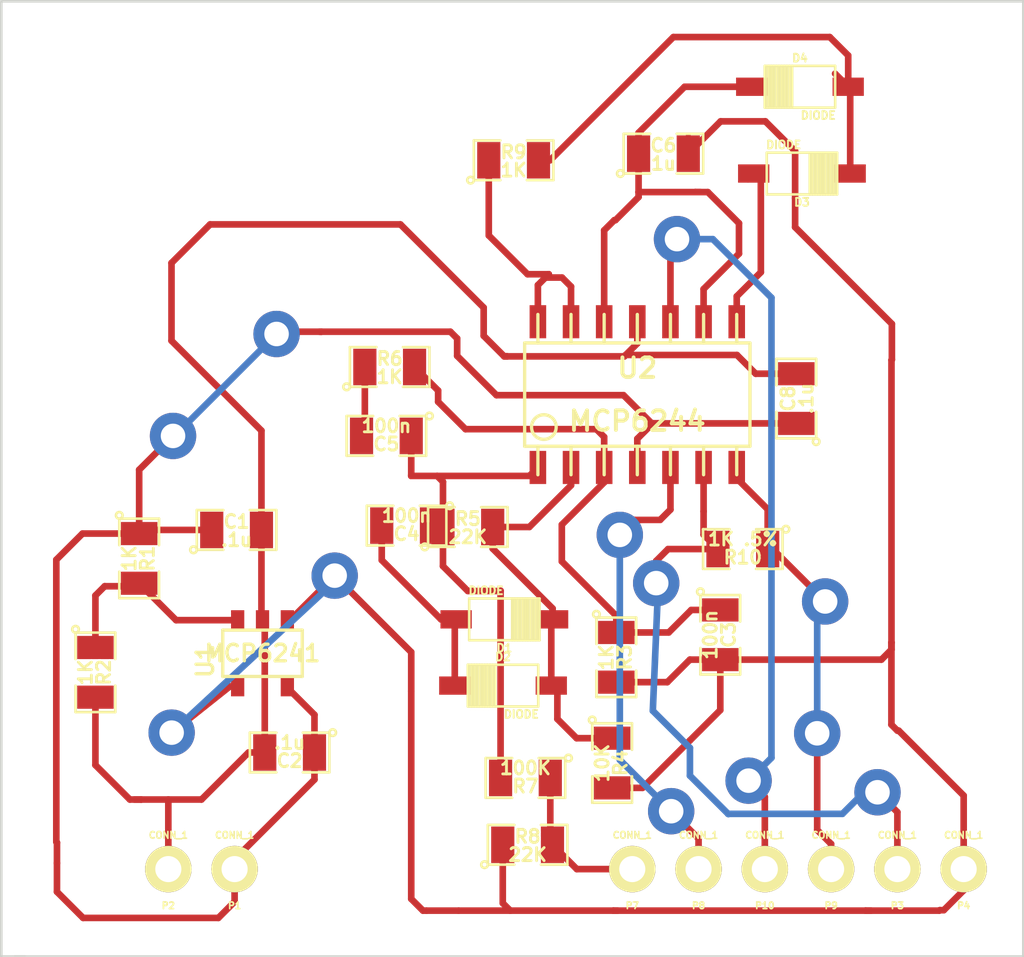
<source format=kicad_pcb>
(kicad_pcb (version 3) (host pcbnew "(2013-07-07 BZR 4022)-stable")

  (general
    (links 51)
    (no_connects 0)
    (area 128.169199 96.215999 167.436001 132.942801)
    (thickness 1.6)
    (drawings 5)
    (tracks 267)
    (zones 0)
    (modules 31)
    (nets 19)
  )

  (page A3)
  (layers
    (15 F.Cu signal)
    (0 B.Cu signal)
    (16 B.Adhes user)
    (17 F.Adhes user)
    (18 B.Paste user)
    (19 F.Paste user)
    (20 B.SilkS user)
    (21 F.SilkS user)
    (22 B.Mask user)
    (23 F.Mask user)
    (24 Dwgs.User user)
    (25 Cmts.User user)
    (26 Eco1.User user)
    (27 Eco2.User user)
    (28 Edge.Cuts user)
  )

  (setup
    (last_trace_width 0.254)
    (trace_clearance 0.254)
    (zone_clearance 0.508)
    (zone_45_only no)
    (trace_min 0.254)
    (segment_width 0.2)
    (edge_width 0.1)
    (via_size 0.889)
    (via_drill 0.635)
    (via_min_size 0.889)
    (via_min_drill 0.508)
    (user_via 1.778 0.9398)
    (uvia_size 0.508)
    (uvia_drill 0.127)
    (uvias_allowed no)
    (uvia_min_size 0.508)
    (uvia_min_drill 0.127)
    (pcb_text_width 0.3)
    (pcb_text_size 1.5 1.5)
    (mod_edge_width 0.15)
    (mod_text_size 1 1)
    (mod_text_width 0.15)
    (pad_size 1.5 1.5)
    (pad_drill 0.6)
    (pad_to_mask_clearance 0)
    (aux_axis_origin 0 0)
    (visible_elements 7FFFFFFF)
    (pcbplotparams
      (layerselection 3178497)
      (usegerberextensions true)
      (excludeedgelayer true)
      (linewidth 0.150000)
      (plotframeref false)
      (viasonmask false)
      (mode 1)
      (useauxorigin false)
      (hpglpennumber 1)
      (hpglpenspeed 20)
      (hpglpendiameter 15)
      (hpglpenoverlay 2)
      (psnegative false)
      (psa4output false)
      (plotreference true)
      (plotvalue true)
      (plotothertext true)
      (plotinvisibletext false)
      (padsonsilk false)
      (subtractmaskfromsilk false)
      (outputformat 1)
      (mirror false)
      (drillshape 0)
      (scaleselection 1)
      (outputdirectory "//psf/Home/Documents/Lettuce Buddy HW/LadyBug Hydro/Laydybug Shield/LBS-TEST1/Gerbers/"))
  )

  (net 0 "")
  (net 1 /ConvertToDigital/EC_AIN)
  (net 2 /ConvertToDigital/VGND)
  (net 3 /GainLoop/AC_SHRUNK)
  (net 4 /GainLoop/EC_ProbeIN)
  (net 5 /GainLoop/EC_SIGNAL)
  (net 6 /Rectify/DD)
  (net 7 /Rectify/EC_SIGNAL)
  (net 8 /Rectify/RVin-)
  (net 9 /Rectify/R_Vout)
  (net 10 /VIn/AC_SHRUNK)
  (net 11 /VIn/G1)
  (net 12 /VIn/OSC_Vin+)
  (net 13 /VIn/OSC_Vin-)
  (net 14 /VIn/OSC_Vout)
  (net 15 /VIn/VGND_V+)
  (net 16 /VIn/f1)
  (net 17 5+V)
  (net 18 PGND)

  (net_class Default "This is the default net class."
    (clearance 0.254)
    (trace_width 0.254)
    (via_dia 0.889)
    (via_drill 0.635)
    (uvia_dia 0.508)
    (uvia_drill 0.127)
    (add_net "")
    (add_net /ConvertToDigital/EC_AIN)
    (add_net /ConvertToDigital/VGND)
    (add_net /GainLoop/AC_SHRUNK)
    (add_net /GainLoop/EC_ProbeIN)
    (add_net /GainLoop/EC_SIGNAL)
    (add_net /Rectify/DD)
    (add_net /Rectify/EC_SIGNAL)
    (add_net /Rectify/RVin-)
    (add_net /Rectify/R_Vout)
    (add_net /VIn/AC_SHRUNK)
    (add_net /VIn/G1)
    (add_net /VIn/OSC_Vin+)
    (add_net /VIn/OSC_Vin-)
    (add_net /VIn/OSC_Vout)
    (add_net /VIn/VGND_V+)
    (add_net /VIn/f1)
    (add_net 5+V)
    (add_net PGND)
  )

  (module SOT23-5 (layer F.Cu) (tedit 54B7C003) (tstamp 54B6D4AC)
    (at 138.22934 121.26468 180)
    (path /54B658B1/54B7A6F0)
    (attr smd)
    (fp_text reference U1 (at 2.19964 -0.29972 270) (layer F.SilkS)
      (effects (font (size 0.635 0.635) (thickness 0.127)))
    )
    (fp_text value MCP6241 (at 0 0 180) (layer F.SilkS)
      (effects (font (size 0.635 0.635) (thickness 0.127)))
    )
    (fp_line (start 1.524 -0.889) (end 1.524 0.889) (layer F.SilkS) (width 0.127))
    (fp_line (start 1.524 0.889) (end -1.524 0.889) (layer F.SilkS) (width 0.127))
    (fp_line (start -1.524 0.889) (end -1.524 -0.889) (layer F.SilkS) (width 0.127))
    (fp_line (start -1.524 -0.889) (end 1.524 -0.889) (layer F.SilkS) (width 0.127))
    (pad 1 smd rect (at -0.9525 1.27 180) (size 0.508 0.762)
      (layers F.Cu F.Paste F.Mask)
      (net 2 /ConvertToDigital/VGND)
    )
    (pad 3 smd rect (at 0.9525 1.27 180) (size 0.508 0.762)
      (layers F.Cu F.Paste F.Mask)
      (net 15 /VIn/VGND_V+)
    )
    (pad 5 smd rect (at -0.9525 -1.27 180) (size 0.508 0.762)
      (layers F.Cu F.Paste F.Mask)
      (net 17 5+V)
    )
    (pad 2 smd rect (at 0 1.27 180) (size 0.508 0.762)
      (layers F.Cu F.Paste F.Mask)
      (net 18 PGND)
    )
    (pad 4 smd rect (at 0.9525 -1.27 180) (size 0.508 0.762)
      (layers F.Cu F.Paste F.Mask)
      (net 2 /ConvertToDigital/VGND)
    )
    (model smd/SOT23_5.wrl
      (at (xyz 0 0 0))
      (scale (xyz 0.1 0.1 0.1))
      (rotate (xyz 0 0 0))
    )
  )

  (module SOD-123 (layer F.Cu) (tedit 4C3ED0DD) (tstamp 54B68DCE)
    (at 158.8262 99.5426 180)
    (path /54B661E4/54B66586)
    (fp_text reference D4 (at 0 1.09982 180) (layer F.SilkS)
      (effects (font (size 0.29972 0.29972) (thickness 0.0762)))
    )
    (fp_text value DIODE (at -0.70104 -1.09982 180) (layer F.SilkS)
      (effects (font (size 0.29972 0.29972) (thickness 0.0762)))
    )
    (fp_line (start 0.29972 -0.8001) (end 0.29972 0.8001) (layer F.SilkS) (width 0.09906))
    (fp_line (start 0.39878 -0.8001) (end 0.39878 0.8001) (layer F.SilkS) (width 0.09906))
    (fp_line (start 0.50038 0.8001) (end 0.50038 -0.8001) (layer F.SilkS) (width 0.09906))
    (fp_line (start 0.59944 -0.8001) (end 0.59944 0.8001) (layer F.SilkS) (width 0.09906))
    (fp_line (start 0.70104 0.8001) (end 0.70104 -0.8001) (layer F.SilkS) (width 0.09906))
    (fp_line (start 1.30048 -0.8001) (end 1.30048 0.7493) (layer F.SilkS) (width 0.09906))
    (fp_line (start 1.19888 0.8001) (end 1.19888 -0.8001) (layer F.SilkS) (width 0.09906))
    (fp_line (start 1.09982 0.8001) (end 1.09982 -0.8001) (layer F.SilkS) (width 0.09906))
    (fp_line (start 1.00076 -0.8001) (end 1.00076 0.8001) (layer F.SilkS) (width 0.09906))
    (fp_line (start 0.89916 0.8001) (end 0.89916 -0.8001) (layer F.SilkS) (width 0.09906))
    (fp_line (start 0.8001 -0.8001) (end 0.8001 0.8001) (layer F.SilkS) (width 0.09906))
    (fp_line (start -1.34874 -0.8001) (end 1.34874 -0.8001) (layer F.SilkS) (width 0.09906))
    (fp_line (start 1.34874 -0.8001) (end 1.34874 0.8001) (layer F.SilkS) (width 0.09906))
    (fp_line (start 1.34874 0.8001) (end -1.34874 0.8001) (layer F.SilkS) (width 0.09906))
    (fp_line (start -1.34874 0.8001) (end -1.34874 -0.8001) (layer F.SilkS) (width 0.09906))
    (pad 1 smd rect (at -1.84912 0 180) (size 1.19888 0.70104)
      (layers F.Cu F.Paste F.Mask)
      (net 6 /Rectify/DD)
      (clearance 0.14986)
    )
    (pad 2 smd rect (at 1.84912 0 180) (size 1.19888 0.70104)
      (layers F.Cu F.Paste F.Mask)
      (net 8 /Rectify/RVin-)
      (clearance 0.14986)
    )
  )

  (module SOD-123 (layer F.Cu) (tedit 4C3ED0DD) (tstamp 54B68DE3)
    (at 158.9024 102.87)
    (path /54B661E4/54B6656F)
    (fp_text reference D3 (at 0 1.09982) (layer F.SilkS)
      (effects (font (size 0.29972 0.29972) (thickness 0.0762)))
    )
    (fp_text value DIODE (at -0.70104 -1.09982) (layer F.SilkS)
      (effects (font (size 0.29972 0.29972) (thickness 0.0762)))
    )
    (fp_line (start 0.29972 -0.8001) (end 0.29972 0.8001) (layer F.SilkS) (width 0.09906))
    (fp_line (start 0.39878 -0.8001) (end 0.39878 0.8001) (layer F.SilkS) (width 0.09906))
    (fp_line (start 0.50038 0.8001) (end 0.50038 -0.8001) (layer F.SilkS) (width 0.09906))
    (fp_line (start 0.59944 -0.8001) (end 0.59944 0.8001) (layer F.SilkS) (width 0.09906))
    (fp_line (start 0.70104 0.8001) (end 0.70104 -0.8001) (layer F.SilkS) (width 0.09906))
    (fp_line (start 1.30048 -0.8001) (end 1.30048 0.7493) (layer F.SilkS) (width 0.09906))
    (fp_line (start 1.19888 0.8001) (end 1.19888 -0.8001) (layer F.SilkS) (width 0.09906))
    (fp_line (start 1.09982 0.8001) (end 1.09982 -0.8001) (layer F.SilkS) (width 0.09906))
    (fp_line (start 1.00076 -0.8001) (end 1.00076 0.8001) (layer F.SilkS) (width 0.09906))
    (fp_line (start 0.89916 0.8001) (end 0.89916 -0.8001) (layer F.SilkS) (width 0.09906))
    (fp_line (start 0.8001 -0.8001) (end 0.8001 0.8001) (layer F.SilkS) (width 0.09906))
    (fp_line (start -1.34874 -0.8001) (end 1.34874 -0.8001) (layer F.SilkS) (width 0.09906))
    (fp_line (start 1.34874 -0.8001) (end 1.34874 0.8001) (layer F.SilkS) (width 0.09906))
    (fp_line (start 1.34874 0.8001) (end -1.34874 0.8001) (layer F.SilkS) (width 0.09906))
    (fp_line (start -1.34874 0.8001) (end -1.34874 -0.8001) (layer F.SilkS) (width 0.09906))
    (pad 1 smd rect (at -1.84912 0) (size 1.19888 0.70104)
      (layers F.Cu F.Paste F.Mask)
      (net 9 /Rectify/R_Vout)
      (clearance 0.14986)
    )
    (pad 2 smd rect (at 1.84912 0) (size 1.19888 0.70104)
      (layers F.Cu F.Paste F.Mask)
      (net 6 /Rectify/DD)
      (clearance 0.14986)
    )
  )

  (module SOD-123 (layer F.Cu) (tedit 4C3ED0DD) (tstamp 54B68DF8)
    (at 147.4978 119.9642)
    (path /54B658B1/54B65D3D)
    (fp_text reference D1 (at 0 1.09982) (layer F.SilkS)
      (effects (font (size 0.29972 0.29972) (thickness 0.0762)))
    )
    (fp_text value DIODE (at -0.70104 -1.09982) (layer F.SilkS)
      (effects (font (size 0.29972 0.29972) (thickness 0.0762)))
    )
    (fp_line (start 0.29972 -0.8001) (end 0.29972 0.8001) (layer F.SilkS) (width 0.09906))
    (fp_line (start 0.39878 -0.8001) (end 0.39878 0.8001) (layer F.SilkS) (width 0.09906))
    (fp_line (start 0.50038 0.8001) (end 0.50038 -0.8001) (layer F.SilkS) (width 0.09906))
    (fp_line (start 0.59944 -0.8001) (end 0.59944 0.8001) (layer F.SilkS) (width 0.09906))
    (fp_line (start 0.70104 0.8001) (end 0.70104 -0.8001) (layer F.SilkS) (width 0.09906))
    (fp_line (start 1.30048 -0.8001) (end 1.30048 0.7493) (layer F.SilkS) (width 0.09906))
    (fp_line (start 1.19888 0.8001) (end 1.19888 -0.8001) (layer F.SilkS) (width 0.09906))
    (fp_line (start 1.09982 0.8001) (end 1.09982 -0.8001) (layer F.SilkS) (width 0.09906))
    (fp_line (start 1.00076 -0.8001) (end 1.00076 0.8001) (layer F.SilkS) (width 0.09906))
    (fp_line (start 0.89916 0.8001) (end 0.89916 -0.8001) (layer F.SilkS) (width 0.09906))
    (fp_line (start 0.8001 -0.8001) (end 0.8001 0.8001) (layer F.SilkS) (width 0.09906))
    (fp_line (start -1.34874 -0.8001) (end 1.34874 -0.8001) (layer F.SilkS) (width 0.09906))
    (fp_line (start 1.34874 -0.8001) (end 1.34874 0.8001) (layer F.SilkS) (width 0.09906))
    (fp_line (start 1.34874 0.8001) (end -1.34874 0.8001) (layer F.SilkS) (width 0.09906))
    (fp_line (start -1.34874 0.8001) (end -1.34874 -0.8001) (layer F.SilkS) (width 0.09906))
    (pad 1 smd rect (at -1.84912 0) (size 1.19888 0.70104)
      (layers F.Cu F.Paste F.Mask)
      (net 11 /VIn/G1)
      (clearance 0.14986)
    )
    (pad 2 smd rect (at 1.84912 0) (size 1.19888 0.70104)
      (layers F.Cu F.Paste F.Mask)
      (net 13 /VIn/OSC_Vin-)
      (clearance 0.14986)
    )
  )

  (module SOD-123 (layer F.Cu) (tedit 4C3ED0DD) (tstamp 54B68E0D)
    (at 147.447 122.5042 180)
    (path /54B658B1/54B65D43)
    (fp_text reference D2 (at 0 1.09982 180) (layer F.SilkS)
      (effects (font (size 0.29972 0.29972) (thickness 0.0762)))
    )
    (fp_text value DIODE (at -0.70104 -1.09982 180) (layer F.SilkS)
      (effects (font (size 0.29972 0.29972) (thickness 0.0762)))
    )
    (fp_line (start 0.29972 -0.8001) (end 0.29972 0.8001) (layer F.SilkS) (width 0.09906))
    (fp_line (start 0.39878 -0.8001) (end 0.39878 0.8001) (layer F.SilkS) (width 0.09906))
    (fp_line (start 0.50038 0.8001) (end 0.50038 -0.8001) (layer F.SilkS) (width 0.09906))
    (fp_line (start 0.59944 -0.8001) (end 0.59944 0.8001) (layer F.SilkS) (width 0.09906))
    (fp_line (start 0.70104 0.8001) (end 0.70104 -0.8001) (layer F.SilkS) (width 0.09906))
    (fp_line (start 1.30048 -0.8001) (end 1.30048 0.7493) (layer F.SilkS) (width 0.09906))
    (fp_line (start 1.19888 0.8001) (end 1.19888 -0.8001) (layer F.SilkS) (width 0.09906))
    (fp_line (start 1.09982 0.8001) (end 1.09982 -0.8001) (layer F.SilkS) (width 0.09906))
    (fp_line (start 1.00076 -0.8001) (end 1.00076 0.8001) (layer F.SilkS) (width 0.09906))
    (fp_line (start 0.89916 0.8001) (end 0.89916 -0.8001) (layer F.SilkS) (width 0.09906))
    (fp_line (start 0.8001 -0.8001) (end 0.8001 0.8001) (layer F.SilkS) (width 0.09906))
    (fp_line (start -1.34874 -0.8001) (end 1.34874 -0.8001) (layer F.SilkS) (width 0.09906))
    (fp_line (start 1.34874 -0.8001) (end 1.34874 0.8001) (layer F.SilkS) (width 0.09906))
    (fp_line (start 1.34874 0.8001) (end -1.34874 0.8001) (layer F.SilkS) (width 0.09906))
    (fp_line (start -1.34874 0.8001) (end -1.34874 -0.8001) (layer F.SilkS) (width 0.09906))
    (pad 1 smd rect (at -1.84912 0 180) (size 1.19888 0.70104)
      (layers F.Cu F.Paste F.Mask)
      (net 13 /VIn/OSC_Vin-)
      (clearance 0.14986)
    )
    (pad 2 smd rect (at 1.84912 0 180) (size 1.19888 0.70104)
      (layers F.Cu F.Paste F.Mask)
      (net 11 /VIn/G1)
      (clearance 0.14986)
    )
  )

  (module SM0805 (layer F.Cu) (tedit 5091495C) (tstamp 54B68E1A)
    (at 148.30552 126.04496 180)
    (path /54B658B1/54B65D55)
    (attr smd)
    (fp_text reference R7 (at 0 -0.3175 180) (layer F.SilkS)
      (effects (font (size 0.50038 0.50038) (thickness 0.10922)))
    )
    (fp_text value 100K (at 0 0.381 180) (layer F.SilkS)
      (effects (font (size 0.50038 0.50038) (thickness 0.10922)))
    )
    (fp_circle (center -1.651 0.762) (end -1.651 0.635) (layer F.SilkS) (width 0.09906))
    (fp_line (start -0.508 0.762) (end -1.524 0.762) (layer F.SilkS) (width 0.09906))
    (fp_line (start -1.524 0.762) (end -1.524 -0.762) (layer F.SilkS) (width 0.09906))
    (fp_line (start -1.524 -0.762) (end -0.508 -0.762) (layer F.SilkS) (width 0.09906))
    (fp_line (start 0.508 -0.762) (end 1.524 -0.762) (layer F.SilkS) (width 0.09906))
    (fp_line (start 1.524 -0.762) (end 1.524 0.762) (layer F.SilkS) (width 0.09906))
    (fp_line (start 1.524 0.762) (end 0.508 0.762) (layer F.SilkS) (width 0.09906))
    (pad 1 smd rect (at -0.9525 0 180) (size 0.889 1.397)
      (layers F.Cu F.Paste F.Mask)
      (net 10 /VIn/AC_SHRUNK)
    )
    (pad 2 smd rect (at 0.9525 0 180) (size 0.889 1.397)
      (layers F.Cu F.Paste F.Mask)
      (net 14 /VIn/OSC_Vout)
    )
    (model smd/chip_cms.wrl
      (at (xyz 0 0 0))
      (scale (xyz 0.1 0.1 0.1))
      (rotate (xyz 0 0 0))
    )
  )

  (module SM0805 (layer F.Cu) (tedit 5091495C) (tstamp 54B68E34)
    (at 156.63672 117.26926 180)
    (path /54B65DDA/54B66458)
    (attr smd)
    (fp_text reference R10 (at 0 -0.3175 180) (layer F.SilkS)
      (effects (font (size 0.50038 0.50038) (thickness 0.10922)))
    )
    (fp_text value "1K .5%" (at 0 0.381 180) (layer F.SilkS)
      (effects (font (size 0.50038 0.50038) (thickness 0.10922)))
    )
    (fp_circle (center -1.651 0.762) (end -1.651 0.635) (layer F.SilkS) (width 0.09906))
    (fp_line (start -0.508 0.762) (end -1.524 0.762) (layer F.SilkS) (width 0.09906))
    (fp_line (start -1.524 0.762) (end -1.524 -0.762) (layer F.SilkS) (width 0.09906))
    (fp_line (start -1.524 -0.762) (end -0.508 -0.762) (layer F.SilkS) (width 0.09906))
    (fp_line (start 0.508 -0.762) (end 1.524 -0.762) (layer F.SilkS) (width 0.09906))
    (fp_line (start 1.524 -0.762) (end 1.524 0.762) (layer F.SilkS) (width 0.09906))
    (fp_line (start 1.524 0.762) (end 0.508 0.762) (layer F.SilkS) (width 0.09906))
    (pad 1 smd rect (at -0.9525 0 180) (size 0.889 1.397)
      (layers F.Cu F.Paste F.Mask)
      (net 5 /GainLoop/EC_SIGNAL)
    )
    (pad 2 smd rect (at 0.9525 0 180) (size 0.889 1.397)
      (layers F.Cu F.Paste F.Mask)
      (net 4 /GainLoop/EC_ProbeIN)
    )
    (model smd/chip_cms.wrl
      (at (xyz 0 0 0))
      (scale (xyz 0.1 0.1 0.1))
      (rotate (xyz 0 0 0))
    )
  )

  (module SM0805 (layer F.Cu) (tedit 5091495C) (tstamp 54B68E41)
    (at 147.8534 102.362)
    (path /54B661E4/54B66599)
    (attr smd)
    (fp_text reference R9 (at 0 -0.3175) (layer F.SilkS)
      (effects (font (size 0.50038 0.50038) (thickness 0.10922)))
    )
    (fp_text value 1K (at 0 0.381) (layer F.SilkS)
      (effects (font (size 0.50038 0.50038) (thickness 0.10922)))
    )
    (fp_circle (center -1.651 0.762) (end -1.651 0.635) (layer F.SilkS) (width 0.09906))
    (fp_line (start -0.508 0.762) (end -1.524 0.762) (layer F.SilkS) (width 0.09906))
    (fp_line (start -1.524 0.762) (end -1.524 -0.762) (layer F.SilkS) (width 0.09906))
    (fp_line (start -1.524 -0.762) (end -0.508 -0.762) (layer F.SilkS) (width 0.09906))
    (fp_line (start 0.508 -0.762) (end 1.524 -0.762) (layer F.SilkS) (width 0.09906))
    (fp_line (start 1.524 -0.762) (end 1.524 0.762) (layer F.SilkS) (width 0.09906))
    (fp_line (start 1.524 0.762) (end 0.508 0.762) (layer F.SilkS) (width 0.09906))
    (pad 1 smd rect (at -0.9525 0) (size 0.889 1.397)
      (layers F.Cu F.Paste F.Mask)
      (net 1 /ConvertToDigital/EC_AIN)
    )
    (pad 2 smd rect (at 0.9525 0) (size 0.889 1.397)
      (layers F.Cu F.Paste F.Mask)
      (net 6 /Rectify/DD)
    )
    (model smd/chip_cms.wrl
      (at (xyz 0 0 0))
      (scale (xyz 0.1 0.1 0.1))
      (rotate (xyz 0 0 0))
    )
  )

  (module SM0805 (layer F.Cu) (tedit 5091495C) (tstamp 54B68E4E)
    (at 153.5938 102.108)
    (path /54B661E4/54B66575)
    (attr smd)
    (fp_text reference C6 (at 0 -0.3175) (layer F.SilkS)
      (effects (font (size 0.50038 0.50038) (thickness 0.10922)))
    )
    (fp_text value 1u (at 0 0.381) (layer F.SilkS)
      (effects (font (size 0.50038 0.50038) (thickness 0.10922)))
    )
    (fp_circle (center -1.651 0.762) (end -1.651 0.635) (layer F.SilkS) (width 0.09906))
    (fp_line (start -0.508 0.762) (end -1.524 0.762) (layer F.SilkS) (width 0.09906))
    (fp_line (start -1.524 0.762) (end -1.524 -0.762) (layer F.SilkS) (width 0.09906))
    (fp_line (start -1.524 -0.762) (end -0.508 -0.762) (layer F.SilkS) (width 0.09906))
    (fp_line (start 0.508 -0.762) (end 1.524 -0.762) (layer F.SilkS) (width 0.09906))
    (fp_line (start 1.524 -0.762) (end 1.524 0.762) (layer F.SilkS) (width 0.09906))
    (fp_line (start 1.524 0.762) (end 0.508 0.762) (layer F.SilkS) (width 0.09906))
    (pad 1 smd rect (at -0.9525 0) (size 0.889 1.397)
      (layers F.Cu F.Paste F.Mask)
      (net 8 /Rectify/RVin-)
    )
    (pad 2 smd rect (at 0.9525 0) (size 0.889 1.397)
      (layers F.Cu F.Paste F.Mask)
      (net 2 /ConvertToDigital/VGND)
    )
    (model smd/chip_cms.wrl
      (at (xyz 0 0 0))
      (scale (xyz 0.1 0.1 0.1))
      (rotate (xyz 0 0 0))
    )
  )

  (module SM0805 (layer F.Cu) (tedit 5091495C) (tstamp 54B68E5B)
    (at 139.2682 125.0696 180)
    (path /54B658B1/54B66F1A)
    (attr smd)
    (fp_text reference C2 (at 0 -0.3175 180) (layer F.SilkS)
      (effects (font (size 0.50038 0.50038) (thickness 0.10922)))
    )
    (fp_text value .1u (at 0 0.381 180) (layer F.SilkS)
      (effects (font (size 0.50038 0.50038) (thickness 0.10922)))
    )
    (fp_circle (center -1.651 0.762) (end -1.651 0.635) (layer F.SilkS) (width 0.09906))
    (fp_line (start -0.508 0.762) (end -1.524 0.762) (layer F.SilkS) (width 0.09906))
    (fp_line (start -1.524 0.762) (end -1.524 -0.762) (layer F.SilkS) (width 0.09906))
    (fp_line (start -1.524 -0.762) (end -0.508 -0.762) (layer F.SilkS) (width 0.09906))
    (fp_line (start 0.508 -0.762) (end 1.524 -0.762) (layer F.SilkS) (width 0.09906))
    (fp_line (start 1.524 -0.762) (end 1.524 0.762) (layer F.SilkS) (width 0.09906))
    (fp_line (start 1.524 0.762) (end 0.508 0.762) (layer F.SilkS) (width 0.09906))
    (pad 1 smd rect (at -0.9525 0 180) (size 0.889 1.397)
      (layers F.Cu F.Paste F.Mask)
      (net 17 5+V)
    )
    (pad 2 smd rect (at 0.9525 0 180) (size 0.889 1.397)
      (layers F.Cu F.Paste F.Mask)
      (net 18 PGND)
    )
    (model smd/chip_cms.wrl
      (at (xyz 0 0 0))
      (scale (xyz 0.1 0.1 0.1))
      (rotate (xyz 0 0 0))
    )
  )

  (module SM0805 (layer F.Cu) (tedit 5091495C) (tstamp 54B68E68)
    (at 137.2362 116.5352)
    (path /54B658B1/54B66F03)
    (attr smd)
    (fp_text reference C1 (at 0 -0.3175) (layer F.SilkS)
      (effects (font (size 0.50038 0.50038) (thickness 0.10922)))
    )
    (fp_text value .1u (at 0 0.381) (layer F.SilkS)
      (effects (font (size 0.50038 0.50038) (thickness 0.10922)))
    )
    (fp_circle (center -1.651 0.762) (end -1.651 0.635) (layer F.SilkS) (width 0.09906))
    (fp_line (start -0.508 0.762) (end -1.524 0.762) (layer F.SilkS) (width 0.09906))
    (fp_line (start -1.524 0.762) (end -1.524 -0.762) (layer F.SilkS) (width 0.09906))
    (fp_line (start -1.524 -0.762) (end -0.508 -0.762) (layer F.SilkS) (width 0.09906))
    (fp_line (start 0.508 -0.762) (end 1.524 -0.762) (layer F.SilkS) (width 0.09906))
    (fp_line (start 1.524 -0.762) (end 1.524 0.762) (layer F.SilkS) (width 0.09906))
    (fp_line (start 1.524 0.762) (end 0.508 0.762) (layer F.SilkS) (width 0.09906))
    (pad 1 smd rect (at -0.9525 0) (size 0.889 1.397)
      (layers F.Cu F.Paste F.Mask)
      (net 17 5+V)
    )
    (pad 2 smd rect (at 0.9525 0) (size 0.889 1.397)
      (layers F.Cu F.Paste F.Mask)
      (net 18 PGND)
    )
    (model smd/chip_cms.wrl
      (at (xyz 0 0 0))
      (scale (xyz 0.1 0.1 0.1))
      (rotate (xyz 0 0 0))
    )
  )

  (module SM0805 (layer F.Cu) (tedit 5091495C) (tstamp 54B68E75)
    (at 131.826 121.9962 270)
    (path /54B658B1/54B66EE6)
    (attr smd)
    (fp_text reference R2 (at 0 -0.3175 270) (layer F.SilkS)
      (effects (font (size 0.50038 0.50038) (thickness 0.10922)))
    )
    (fp_text value 1K (at 0 0.381 270) (layer F.SilkS)
      (effects (font (size 0.50038 0.50038) (thickness 0.10922)))
    )
    (fp_circle (center -1.651 0.762) (end -1.651 0.635) (layer F.SilkS) (width 0.09906))
    (fp_line (start -0.508 0.762) (end -1.524 0.762) (layer F.SilkS) (width 0.09906))
    (fp_line (start -1.524 0.762) (end -1.524 -0.762) (layer F.SilkS) (width 0.09906))
    (fp_line (start -1.524 -0.762) (end -0.508 -0.762) (layer F.SilkS) (width 0.09906))
    (fp_line (start 0.508 -0.762) (end 1.524 -0.762) (layer F.SilkS) (width 0.09906))
    (fp_line (start 1.524 -0.762) (end 1.524 0.762) (layer F.SilkS) (width 0.09906))
    (fp_line (start 1.524 0.762) (end 0.508 0.762) (layer F.SilkS) (width 0.09906))
    (pad 1 smd rect (at -0.9525 0 270) (size 0.889 1.397)
      (layers F.Cu F.Paste F.Mask)
      (net 15 /VIn/VGND_V+)
    )
    (pad 2 smd rect (at 0.9525 0 270) (size 0.889 1.397)
      (layers F.Cu F.Paste F.Mask)
      (net 18 PGND)
    )
    (model smd/chip_cms.wrl
      (at (xyz 0 0 0))
      (scale (xyz 0.1 0.1 0.1))
      (rotate (xyz 0 0 0))
    )
  )

  (module SM0805 (layer F.Cu) (tedit 5091495C) (tstamp 54B68E82)
    (at 133.5024 117.6274 270)
    (path /54B658B1/54B66EE0)
    (attr smd)
    (fp_text reference R1 (at 0 -0.3175 270) (layer F.SilkS)
      (effects (font (size 0.50038 0.50038) (thickness 0.10922)))
    )
    (fp_text value 1K (at 0 0.381 270) (layer F.SilkS)
      (effects (font (size 0.50038 0.50038) (thickness 0.10922)))
    )
    (fp_circle (center -1.651 0.762) (end -1.651 0.635) (layer F.SilkS) (width 0.09906))
    (fp_line (start -0.508 0.762) (end -1.524 0.762) (layer F.SilkS) (width 0.09906))
    (fp_line (start -1.524 0.762) (end -1.524 -0.762) (layer F.SilkS) (width 0.09906))
    (fp_line (start -1.524 -0.762) (end -0.508 -0.762) (layer F.SilkS) (width 0.09906))
    (fp_line (start 0.508 -0.762) (end 1.524 -0.762) (layer F.SilkS) (width 0.09906))
    (fp_line (start 1.524 -0.762) (end 1.524 0.762) (layer F.SilkS) (width 0.09906))
    (fp_line (start 1.524 0.762) (end 0.508 0.762) (layer F.SilkS) (width 0.09906))
    (pad 1 smd rect (at -0.9525 0 270) (size 0.889 1.397)
      (layers F.Cu F.Paste F.Mask)
      (net 17 5+V)
    )
    (pad 2 smd rect (at 0.9525 0 270) (size 0.889 1.397)
      (layers F.Cu F.Paste F.Mask)
      (net 15 /VIn/VGND_V+)
    )
    (model smd/chip_cms.wrl
      (at (xyz 0 0 0))
      (scale (xyz 0.1 0.1 0.1))
      (rotate (xyz 0 0 0))
    )
  )

  (module SM0805 (layer F.Cu) (tedit 5091495C) (tstamp 54B68E8F)
    (at 148.38934 128.60782)
    (path /54B658B1/54B65DA2)
    (attr smd)
    (fp_text reference R8 (at 0 -0.3175) (layer F.SilkS)
      (effects (font (size 0.50038 0.50038) (thickness 0.10922)))
    )
    (fp_text value 22K (at 0 0.381) (layer F.SilkS)
      (effects (font (size 0.50038 0.50038) (thickness 0.10922)))
    )
    (fp_circle (center -1.651 0.762) (end -1.651 0.635) (layer F.SilkS) (width 0.09906))
    (fp_line (start -0.508 0.762) (end -1.524 0.762) (layer F.SilkS) (width 0.09906))
    (fp_line (start -1.524 0.762) (end -1.524 -0.762) (layer F.SilkS) (width 0.09906))
    (fp_line (start -1.524 -0.762) (end -0.508 -0.762) (layer F.SilkS) (width 0.09906))
    (fp_line (start 0.508 -0.762) (end 1.524 -0.762) (layer F.SilkS) (width 0.09906))
    (fp_line (start 1.524 -0.762) (end 1.524 0.762) (layer F.SilkS) (width 0.09906))
    (fp_line (start 1.524 0.762) (end 0.508 0.762) (layer F.SilkS) (width 0.09906))
    (pad 1 smd rect (at -0.9525 0) (size 0.889 1.397)
      (layers F.Cu F.Paste F.Mask)
      (net 2 /ConvertToDigital/VGND)
    )
    (pad 2 smd rect (at 0.9525 0) (size 0.889 1.397)
      (layers F.Cu F.Paste F.Mask)
      (net 10 /VIn/AC_SHRUNK)
    )
    (model smd/chip_cms.wrl
      (at (xyz 0 0 0))
      (scale (xyz 0.1 0.1 0.1))
      (rotate (xyz 0 0 0))
    )
  )

  (module SM0805 (layer F.Cu) (tedit 5091495C) (tstamp 54B68E9C)
    (at 146.09826 116.42344)
    (path /54B658B1/54B65D9C)
    (attr smd)
    (fp_text reference R5 (at 0 -0.3175) (layer F.SilkS)
      (effects (font (size 0.50038 0.50038) (thickness 0.10922)))
    )
    (fp_text value 22K (at 0 0.381) (layer F.SilkS)
      (effects (font (size 0.50038 0.50038) (thickness 0.10922)))
    )
    (fp_circle (center -1.651 0.762) (end -1.651 0.635) (layer F.SilkS) (width 0.09906))
    (fp_line (start -0.508 0.762) (end -1.524 0.762) (layer F.SilkS) (width 0.09906))
    (fp_line (start -1.524 0.762) (end -1.524 -0.762) (layer F.SilkS) (width 0.09906))
    (fp_line (start -1.524 -0.762) (end -0.508 -0.762) (layer F.SilkS) (width 0.09906))
    (fp_line (start 0.508 -0.762) (end 1.524 -0.762) (layer F.SilkS) (width 0.09906))
    (fp_line (start 1.524 -0.762) (end 1.524 0.762) (layer F.SilkS) (width 0.09906))
    (fp_line (start 1.524 0.762) (end 0.508 0.762) (layer F.SilkS) (width 0.09906))
    (pad 1 smd rect (at -0.9525 0) (size 0.889 1.397)
      (layers F.Cu F.Paste F.Mask)
      (net 14 /VIn/OSC_Vout)
    )
    (pad 2 smd rect (at 0.9525 0) (size 0.889 1.397)
      (layers F.Cu F.Paste F.Mask)
      (net 13 /VIn/OSC_Vin-)
    )
    (model smd/chip_cms.wrl
      (at (xyz 0 0 0))
      (scale (xyz 0.1 0.1 0.1))
      (rotate (xyz 0 0 0))
    )
  )

  (module SM0805 (layer F.Cu) (tedit 5091495C) (tstamp 54B68EA9)
    (at 143.1036 110.2868)
    (path /54B658B1/54B65D4F)
    (attr smd)
    (fp_text reference R6 (at 0 -0.3175) (layer F.SilkS)
      (effects (font (size 0.50038 0.50038) (thickness 0.10922)))
    )
    (fp_text value 1K (at 0 0.381) (layer F.SilkS)
      (effects (font (size 0.50038 0.50038) (thickness 0.10922)))
    )
    (fp_circle (center -1.651 0.762) (end -1.651 0.635) (layer F.SilkS) (width 0.09906))
    (fp_line (start -0.508 0.762) (end -1.524 0.762) (layer F.SilkS) (width 0.09906))
    (fp_line (start -1.524 0.762) (end -1.524 -0.762) (layer F.SilkS) (width 0.09906))
    (fp_line (start -1.524 -0.762) (end -0.508 -0.762) (layer F.SilkS) (width 0.09906))
    (fp_line (start 0.508 -0.762) (end 1.524 -0.762) (layer F.SilkS) (width 0.09906))
    (fp_line (start 1.524 -0.762) (end 1.524 0.762) (layer F.SilkS) (width 0.09906))
    (fp_line (start 1.524 0.762) (end 0.508 0.762) (layer F.SilkS) (width 0.09906))
    (pad 1 smd rect (at -0.9525 0) (size 0.889 1.397)
      (layers F.Cu F.Paste F.Mask)
      (net 16 /VIn/f1)
    )
    (pad 2 smd rect (at 0.9525 0) (size 0.889 1.397)
      (layers F.Cu F.Paste F.Mask)
      (net 12 /VIn/OSC_Vin+)
    )
    (model smd/chip_cms.wrl
      (at (xyz 0 0 0))
      (scale (xyz 0.1 0.1 0.1))
      (rotate (xyz 0 0 0))
    )
  )

  (module SM0805 (layer F.Cu) (tedit 5091495C) (tstamp 54B68EB6)
    (at 142.9766 112.9284 180)
    (path /54B658B1/54B65D49)
    (attr smd)
    (fp_text reference C5 (at 0 -0.3175 180) (layer F.SilkS)
      (effects (font (size 0.50038 0.50038) (thickness 0.10922)))
    )
    (fp_text value 100n (at 0 0.381 180) (layer F.SilkS)
      (effects (font (size 0.50038 0.50038) (thickness 0.10922)))
    )
    (fp_circle (center -1.651 0.762) (end -1.651 0.635) (layer F.SilkS) (width 0.09906))
    (fp_line (start -0.508 0.762) (end -1.524 0.762) (layer F.SilkS) (width 0.09906))
    (fp_line (start -1.524 0.762) (end -1.524 -0.762) (layer F.SilkS) (width 0.09906))
    (fp_line (start -1.524 -0.762) (end -0.508 -0.762) (layer F.SilkS) (width 0.09906))
    (fp_line (start 0.508 -0.762) (end 1.524 -0.762) (layer F.SilkS) (width 0.09906))
    (fp_line (start 1.524 -0.762) (end 1.524 0.762) (layer F.SilkS) (width 0.09906))
    (fp_line (start 1.524 0.762) (end 0.508 0.762) (layer F.SilkS) (width 0.09906))
    (pad 1 smd rect (at -0.9525 0 180) (size 0.889 1.397)
      (layers F.Cu F.Paste F.Mask)
      (net 14 /VIn/OSC_Vout)
    )
    (pad 2 smd rect (at 0.9525 0 180) (size 0.889 1.397)
      (layers F.Cu F.Paste F.Mask)
      (net 16 /VIn/f1)
    )
    (model smd/chip_cms.wrl
      (at (xyz 0 0 0))
      (scale (xyz 0.1 0.1 0.1))
      (rotate (xyz 0 0 0))
    )
  )

  (module SM0805 (layer F.Cu) (tedit 5091495C) (tstamp 54B68EC3)
    (at 143.7513 116.3701 180)
    (path /54B658B1/54B65D37)
    (attr smd)
    (fp_text reference C4 (at 0 -0.3175 180) (layer F.SilkS)
      (effects (font (size 0.50038 0.50038) (thickness 0.10922)))
    )
    (fp_text value 100n (at 0 0.381 180) (layer F.SilkS)
      (effects (font (size 0.50038 0.50038) (thickness 0.10922)))
    )
    (fp_circle (center -1.651 0.762) (end -1.651 0.635) (layer F.SilkS) (width 0.09906))
    (fp_line (start -0.508 0.762) (end -1.524 0.762) (layer F.SilkS) (width 0.09906))
    (fp_line (start -1.524 0.762) (end -1.524 -0.762) (layer F.SilkS) (width 0.09906))
    (fp_line (start -1.524 -0.762) (end -0.508 -0.762) (layer F.SilkS) (width 0.09906))
    (fp_line (start 0.508 -0.762) (end 1.524 -0.762) (layer F.SilkS) (width 0.09906))
    (fp_line (start 1.524 -0.762) (end 1.524 0.762) (layer F.SilkS) (width 0.09906))
    (fp_line (start 1.524 0.762) (end 0.508 0.762) (layer F.SilkS) (width 0.09906))
    (pad 1 smd rect (at -0.9525 0 180) (size 0.889 1.397)
      (layers F.Cu F.Paste F.Mask)
      (net 14 /VIn/OSC_Vout)
    )
    (pad 2 smd rect (at 0.9525 0 180) (size 0.889 1.397)
      (layers F.Cu F.Paste F.Mask)
      (net 11 /VIn/G1)
    )
    (model smd/chip_cms.wrl
      (at (xyz 0 0 0))
      (scale (xyz 0.1 0.1 0.1))
      (rotate (xyz 0 0 0))
    )
  )

  (module SM0805 (layer F.Cu) (tedit 5091495C) (tstamp 54B68ED0)
    (at 155.77312 120.55602 270)
    (path /54B658B1/54B65D31)
    (attr smd)
    (fp_text reference C3 (at 0 -0.3175 270) (layer F.SilkS)
      (effects (font (size 0.50038 0.50038) (thickness 0.10922)))
    )
    (fp_text value 100n (at 0 0.381 270) (layer F.SilkS)
      (effects (font (size 0.50038 0.50038) (thickness 0.10922)))
    )
    (fp_circle (center -1.651 0.762) (end -1.651 0.635) (layer F.SilkS) (width 0.09906))
    (fp_line (start -0.508 0.762) (end -1.524 0.762) (layer F.SilkS) (width 0.09906))
    (fp_line (start -1.524 0.762) (end -1.524 -0.762) (layer F.SilkS) (width 0.09906))
    (fp_line (start -1.524 -0.762) (end -0.508 -0.762) (layer F.SilkS) (width 0.09906))
    (fp_line (start 0.508 -0.762) (end 1.524 -0.762) (layer F.SilkS) (width 0.09906))
    (fp_line (start 1.524 -0.762) (end 1.524 0.762) (layer F.SilkS) (width 0.09906))
    (fp_line (start 1.524 0.762) (end 0.508 0.762) (layer F.SilkS) (width 0.09906))
    (pad 1 smd rect (at -0.9525 0 270) (size 0.889 1.397)
      (layers F.Cu F.Paste F.Mask)
      (net 12 /VIn/OSC_Vin+)
    )
    (pad 2 smd rect (at 0.9525 0 270) (size 0.889 1.397)
      (layers F.Cu F.Paste F.Mask)
      (net 2 /ConvertToDigital/VGND)
    )
    (model smd/chip_cms.wrl
      (at (xyz 0 0 0))
      (scale (xyz 0.1 0.1 0.1))
      (rotate (xyz 0 0 0))
    )
  )

  (module SM0805 (layer F.Cu) (tedit 5091495C) (tstamp 54B68EDD)
    (at 151.62784 125.47346 270)
    (path /54B658B1/54B65D2B)
    (attr smd)
    (fp_text reference R4 (at 0 -0.3175 270) (layer F.SilkS)
      (effects (font (size 0.50038 0.50038) (thickness 0.10922)))
    )
    (fp_text value 10K (at 0 0.381 270) (layer F.SilkS)
      (effects (font (size 0.50038 0.50038) (thickness 0.10922)))
    )
    (fp_circle (center -1.651 0.762) (end -1.651 0.635) (layer F.SilkS) (width 0.09906))
    (fp_line (start -0.508 0.762) (end -1.524 0.762) (layer F.SilkS) (width 0.09906))
    (fp_line (start -1.524 0.762) (end -1.524 -0.762) (layer F.SilkS) (width 0.09906))
    (fp_line (start -1.524 -0.762) (end -0.508 -0.762) (layer F.SilkS) (width 0.09906))
    (fp_line (start 0.508 -0.762) (end 1.524 -0.762) (layer F.SilkS) (width 0.09906))
    (fp_line (start 1.524 -0.762) (end 1.524 0.762) (layer F.SilkS) (width 0.09906))
    (fp_line (start 1.524 0.762) (end 0.508 0.762) (layer F.SilkS) (width 0.09906))
    (pad 1 smd rect (at -0.9525 0 270) (size 0.889 1.397)
      (layers F.Cu F.Paste F.Mask)
      (net 13 /VIn/OSC_Vin-)
    )
    (pad 2 smd rect (at 0.9525 0 270) (size 0.889 1.397)
      (layers F.Cu F.Paste F.Mask)
      (net 2 /ConvertToDigital/VGND)
    )
    (model smd/chip_cms.wrl
      (at (xyz 0 0 0))
      (scale (xyz 0.1 0.1 0.1))
      (rotate (xyz 0 0 0))
    )
  )

  (module SM0805 (layer F.Cu) (tedit 5091495C) (tstamp 54B68EEA)
    (at 151.78786 121.41962 270)
    (path /54B658B1/54B65D25)
    (attr smd)
    (fp_text reference R3 (at 0 -0.3175 270) (layer F.SilkS)
      (effects (font (size 0.50038 0.50038) (thickness 0.10922)))
    )
    (fp_text value 1K (at 0 0.381 270) (layer F.SilkS)
      (effects (font (size 0.50038 0.50038) (thickness 0.10922)))
    )
    (fp_circle (center -1.651 0.762) (end -1.651 0.635) (layer F.SilkS) (width 0.09906))
    (fp_line (start -0.508 0.762) (end -1.524 0.762) (layer F.SilkS) (width 0.09906))
    (fp_line (start -1.524 0.762) (end -1.524 -0.762) (layer F.SilkS) (width 0.09906))
    (fp_line (start -1.524 -0.762) (end -0.508 -0.762) (layer F.SilkS) (width 0.09906))
    (fp_line (start 0.508 -0.762) (end 1.524 -0.762) (layer F.SilkS) (width 0.09906))
    (fp_line (start 1.524 -0.762) (end 1.524 0.762) (layer F.SilkS) (width 0.09906))
    (fp_line (start 1.524 0.762) (end 0.508 0.762) (layer F.SilkS) (width 0.09906))
    (pad 1 smd rect (at -0.9525 0 270) (size 0.889 1.397)
      (layers F.Cu F.Paste F.Mask)
      (net 12 /VIn/OSC_Vin+)
    )
    (pad 2 smd rect (at 0.9525 0 270) (size 0.889 1.397)
      (layers F.Cu F.Paste F.Mask)
      (net 2 /ConvertToDigital/VGND)
    )
    (model smd/chip_cms.wrl
      (at (xyz 0 0 0))
      (scale (xyz 0.1 0.1 0.1))
      (rotate (xyz 0 0 0))
    )
  )

  (module LB_MCP6244 (layer F.Cu) (tedit 54905F08) (tstamp 54B68F0F)
    (at 152.59304 111.34598)
    (descr SO-14)
    (path /54B658B1/54B65DB4)
    (attr smd)
    (fp_text reference U2 (at 0 -1.016) (layer F.SilkS)
      (effects (font (size 0.7493 0.7493) (thickness 0.14986)))
    )
    (fp_text value MCP6244 (at 0 1.016) (layer F.SilkS)
      (effects (font (size 0.7493 0.7493) (thickness 0.14986)))
    )
    (fp_line (start -4.318 -1.9812) (end -4.318 1.9812) (layer F.SilkS) (width 0.127))
    (fp_line (start -4.318 1.9812) (end 4.318 1.9812) (layer F.SilkS) (width 0.127))
    (fp_line (start 4.318 1.9812) (end 4.318 -1.9812) (layer F.SilkS) (width 0.127))
    (fp_line (start 4.318 -1.9812) (end -4.318 -1.9812) (layer F.SilkS) (width 0.127))
    (fp_line (start -2.54 -1.9812) (end -2.54 -3.0734) (layer F.SilkS) (width 0.127))
    (fp_line (start -1.27 -1.9812) (end -1.27 -3.0734) (layer F.SilkS) (width 0.127))
    (fp_line (start 0 -1.9812) (end 0 -3.0734) (layer F.SilkS) (width 0.127))
    (fp_line (start -3.81 -1.9812) (end -3.81 -3.0734) (layer F.SilkS) (width 0.127))
    (fp_line (start 1.27 -3.0734) (end 1.27 -1.9812) (layer F.SilkS) (width 0.127))
    (fp_line (start 2.54 -3.0734) (end 2.54 -1.9812) (layer F.SilkS) (width 0.127))
    (fp_line (start 3.81 -3.0734) (end 3.81 -1.9812) (layer F.SilkS) (width 0.127))
    (fp_line (start 3.81 1.9812) (end 3.81 3.0734) (layer F.SilkS) (width 0.127))
    (fp_line (start 2.54 1.9812) (end 2.54 3.0734) (layer F.SilkS) (width 0.127))
    (fp_line (start -3.81 1.9812) (end -3.81 3.0734) (layer F.SilkS) (width 0.127))
    (fp_line (start -2.54 3.0734) (end -2.54 1.9812) (layer F.SilkS) (width 0.127))
    (fp_line (start 1.27 3.0734) (end 1.27 1.9812) (layer F.SilkS) (width 0.127))
    (fp_line (start 0 3.0734) (end 0 1.9812) (layer F.SilkS) (width 0.127))
    (fp_line (start -1.27 3.0734) (end -1.27 1.9812) (layer F.SilkS) (width 0.127))
    (fp_circle (center -3.5814 1.2446) (end -3.8608 1.6256) (layer F.SilkS) (width 0.127))
    (pad 1 smd rect (at -3.81 2.794) (size 0.635 1.27)
      (layers F.Cu F.Paste F.Mask)
      (net 14 /VIn/OSC_Vout)
    )
    (pad 2 smd rect (at -2.54 2.794) (size 0.635 1.27)
      (layers F.Cu F.Paste F.Mask)
      (net 13 /VIn/OSC_Vin-)
    )
    (pad 3 smd rect (at -1.27 2.794) (size 0.635 1.27)
      (layers F.Cu F.Paste F.Mask)
      (net 12 /VIn/OSC_Vin+)
    )
    (pad 4 smd rect (at 0 2.794) (size 0.635 1.27)
      (layers F.Cu F.Paste F.Mask)
      (net 17 5+V)
    )
    (pad 5 smd rect (at 1.27 2.794) (size 0.635 1.27)
      (layers F.Cu F.Paste F.Mask)
      (net 3 /GainLoop/AC_SHRUNK)
    )
    (pad 6 smd rect (at 2.54 2.794) (size 0.635 1.27)
      (layers F.Cu F.Paste F.Mask)
      (net 4 /GainLoop/EC_ProbeIN)
    )
    (pad 7 smd rect (at 3.81 2.794) (size 0.635 1.27)
      (layers F.Cu F.Paste F.Mask)
      (net 5 /GainLoop/EC_SIGNAL)
    )
    (pad 8 smd rect (at 3.81 -2.794) (size 0.635 1.27)
      (layers F.Cu F.Paste F.Mask)
      (net 9 /Rectify/R_Vout)
    )
    (pad 9 smd rect (at 2.54 -2.794) (size 0.635 1.27)
      (layers F.Cu F.Paste F.Mask)
      (net 8 /Rectify/RVin-)
    )
    (pad 10 smd rect (at 1.27 -2.794) (size 0.635 1.27)
      (layers F.Cu F.Paste F.Mask)
      (net 7 /Rectify/EC_SIGNAL)
    )
    (pad 11 smd rect (at 0 -2.794) (size 0.635 1.27)
      (layers F.Cu F.Paste F.Mask)
      (net 18 PGND)
    )
    (pad 12 smd rect (at -1.27 -2.794) (size 0.635 1.27)
      (layers F.Cu F.Paste F.Mask)
      (net 8 /Rectify/RVin-)
    )
    (pad 13 smd rect (at -2.54 -2.794) (size 0.635 1.27)
      (layers F.Cu F.Paste F.Mask)
      (net 1 /ConvertToDigital/EC_AIN)
    )
    (pad 14 smd rect (at -3.81 -2.794) (size 0.635 1.27)
      (layers F.Cu F.Paste F.Mask)
      (net 1 /ConvertToDigital/EC_AIN)
    )
    (model smd/smd_dil/so-14.wrl
      (at (xyz 0 0 0))
      (scale (xyz 1 1 1))
      (rotate (xyz 0 0 0))
    )
  )

  (module LB_CONN_1 (layer F.Cu) (tedit 546E192F) (tstamp 54B68F14)
    (at 137.16 129.54)
    (path /54B6847D)
    (fp_text reference P1 (at 0 1.4) (layer F.SilkS)
      (effects (font (size 0.254 0.254) (thickness 0.0635)))
    )
    (fp_text value CONN_1 (at 0 -1.3) (layer F.SilkS)
      (effects (font (size 0.254 0.254) (thickness 0.0635)))
    )
    (pad 1 thru_hole circle (at 0 0) (size 1.78 1.78) (drill 1)
      (layers *.Cu *.Mask F.SilkS)
      (net 17 5+V)
    )
  )

  (module LB_CONN_1 (layer F.Cu) (tedit 546E192F) (tstamp 54B68F23)
    (at 165.1 129.54)
    (path /54B6856C)
    (fp_text reference P4 (at 0 1.4) (layer F.SilkS)
      (effects (font (size 0.254 0.254) (thickness 0.0635)))
    )
    (fp_text value CONN_1 (at 0 -1.3) (layer F.SilkS)
      (effects (font (size 0.254 0.254) (thickness 0.0635)))
    )
    (pad 1 thru_hole circle (at 0 0) (size 1.78 1.78) (drill 1)
      (layers *.Cu *.Mask F.SilkS)
      (net 2 /ConvertToDigital/VGND)
    )
  )

  (module LB_CONN_1 (layer F.Cu) (tedit 546E192F) (tstamp 54B68F28)
    (at 162.56 129.54)
    (path /54B6853B)
    (fp_text reference P3 (at 0 1.4) (layer F.SilkS)
      (effects (font (size 0.254 0.254) (thickness 0.0635)))
    )
    (fp_text value CONN_1 (at 0 -1.3) (layer F.SilkS)
      (effects (font (size 0.254 0.254) (thickness 0.0635)))
    )
    (pad 1 thru_hole circle (at 0 0) (size 1.78 1.78) (drill 1)
      (layers *.Cu *.Mask F.SilkS)
      (net 4 /GainLoop/EC_ProbeIN)
    )
  )

  (module LB_CONN_1 (layer F.Cu) (tedit 546E192F) (tstamp 54B68F2D)
    (at 134.62 129.54)
    (path /54B6850B)
    (fp_text reference P2 (at 0 1.4) (layer F.SilkS)
      (effects (font (size 0.254 0.254) (thickness 0.0635)))
    )
    (fp_text value CONN_1 (at 0 -1.3) (layer F.SilkS)
      (effects (font (size 0.254 0.254) (thickness 0.0635)))
    )
    (pad 1 thru_hole circle (at 0 0) (size 1.78 1.78) (drill 1)
      (layers *.Cu *.Mask F.SilkS)
      (net 18 PGND)
    )
  )

  (module LB_CONN_1 (layer F.Cu) (tedit 546E192F) (tstamp 54B698BC)
    (at 152.4 129.54)
    (path /54B6ACB3)
    (fp_text reference P7 (at 0 1.4) (layer F.SilkS)
      (effects (font (size 0.254 0.254) (thickness 0.0635)))
    )
    (fp_text value CONN_1 (at 0 -1.3) (layer F.SilkS)
      (effects (font (size 0.254 0.254) (thickness 0.0635)))
    )
    (pad 1 thru_hole circle (at 0 0) (size 1.78 1.78) (drill 1)
      (layers *.Cu *.Mask F.SilkS)
      (net 10 /VIn/AC_SHRUNK)
    )
  )

  (module LB_CONN_1 (layer F.Cu) (tedit 546E192F) (tstamp 54B698C1)
    (at 154.94 129.54)
    (path /54B6AD79)
    (fp_text reference P8 (at 0 1.4) (layer F.SilkS)
      (effects (font (size 0.254 0.254) (thickness 0.0635)))
    )
    (fp_text value CONN_1 (at 0 -1.3) (layer F.SilkS)
      (effects (font (size 0.254 0.254) (thickness 0.0635)))
    )
    (pad 1 thru_hole circle (at 0 0) (size 1.78 1.78) (drill 1)
      (layers *.Cu *.Mask F.SilkS)
      (net 3 /GainLoop/AC_SHRUNK)
    )
  )

  (module LB_CONN_1 (layer F.Cu) (tedit 546E192F) (tstamp 54B698C6)
    (at 160.02 129.54)
    (path /54B6AE50)
    (fp_text reference P9 (at 0 1.4) (layer F.SilkS)
      (effects (font (size 0.254 0.254) (thickness 0.0635)))
    )
    (fp_text value CONN_1 (at 0 -1.3) (layer F.SilkS)
      (effects (font (size 0.254 0.254) (thickness 0.0635)))
    )
    (pad 1 thru_hole circle (at 0 0) (size 1.78 1.78) (drill 1)
      (layers *.Cu *.Mask F.SilkS)
      (net 5 /GainLoop/EC_SIGNAL)
    )
  )

  (module LB_CONN_1 (layer F.Cu) (tedit 546E192F) (tstamp 54B698CB)
    (at 157.48 129.54)
    (path /54B6AE56)
    (fp_text reference P10 (at 0 1.4) (layer F.SilkS)
      (effects (font (size 0.254 0.254) (thickness 0.0635)))
    )
    (fp_text value CONN_1 (at 0 -1.3) (layer F.SilkS)
      (effects (font (size 0.254 0.254) (thickness 0.0635)))
    )
    (pad 1 thru_hole circle (at 0 0) (size 1.78 1.78) (drill 1)
      (layers *.Cu *.Mask F.SilkS)
      (net 7 /Rectify/EC_SIGNAL)
    )
  )

  (module SM0805 (layer F.Cu) (tedit 5091495C) (tstamp 54B78E4C)
    (at 158.6865 111.49838 90)
    (path /54B658B1/54B6DA3F)
    (attr smd)
    (fp_text reference C8 (at 0 -0.3175 90) (layer F.SilkS)
      (effects (font (size 0.50038 0.50038) (thickness 0.10922)))
    )
    (fp_text value .1u (at 0 0.381 90) (layer F.SilkS)
      (effects (font (size 0.50038 0.50038) (thickness 0.10922)))
    )
    (fp_circle (center -1.651 0.762) (end -1.651 0.635) (layer F.SilkS) (width 0.09906))
    (fp_line (start -0.508 0.762) (end -1.524 0.762) (layer F.SilkS) (width 0.09906))
    (fp_line (start -1.524 0.762) (end -1.524 -0.762) (layer F.SilkS) (width 0.09906))
    (fp_line (start -1.524 -0.762) (end -0.508 -0.762) (layer F.SilkS) (width 0.09906))
    (fp_line (start 0.508 -0.762) (end 1.524 -0.762) (layer F.SilkS) (width 0.09906))
    (fp_line (start 1.524 -0.762) (end 1.524 0.762) (layer F.SilkS) (width 0.09906))
    (fp_line (start 1.524 0.762) (end 0.508 0.762) (layer F.SilkS) (width 0.09906))
    (pad 1 smd rect (at -0.9525 0 90) (size 0.889 1.397)
      (layers F.Cu F.Paste F.Mask)
      (net 17 5+V)
    )
    (pad 2 smd rect (at 0.9525 0 90) (size 0.889 1.397)
      (layers F.Cu F.Paste F.Mask)
      (net 18 PGND)
    )
    (model smd/chip_cms.wrl
      (at (xyz 0 0 0))
      (scale (xyz 0.1 0.1 0.1))
      (rotate (xyz 0 0 0))
    )
  )

  (gr_line (start 128.2192 132.8928) (end 129.1336 132.8928) (angle 90) (layer Edge.Cuts) (width 0.1))
  (gr_line (start 128.2192 96.266) (end 128.2192 132.8928) (angle 90) (layer Edge.Cuts) (width 0.1))
  (gr_line (start 167.386 96.266) (end 128.2192 96.266) (angle 90) (layer Edge.Cuts) (width 0.1))
  (gr_line (start 167.386 132.8928) (end 167.386 96.266) (angle 90) (layer Edge.Cuts) (width 0.1))
  (gr_line (start 128.7272 132.8928) (end 167.386 132.8928) (angle 90) (layer Edge.Cuts) (width 0.1))

  (segment (start 149.1996 106.7308) (end 148.3868 106.7308) (width 0.254) (layer F.Cu) (net 1))
  (segment (start 146.9009 105.2449) (end 146.9009 102.362) (width 0.254) (layer F.Cu) (net 1) (tstamp 54B7CF18))
  (segment (start 148.3868 106.7308) (end 146.9009 105.2449) (width 0.254) (layer F.Cu) (net 1) (tstamp 54B7CF17))
  (segment (start 150.05304 108.55198) (end 150.05304 107.20324) (width 0.254) (layer F.Cu) (net 1))
  (segment (start 148.78304 107.14736) (end 148.78304 108.55198) (width 0.254) (layer F.Cu) (net 1) (tstamp 54B7CF12))
  (segment (start 149.0726 106.8578) (end 149.1996 106.7308) (width 0.254) (layer F.Cu) (net 1) (tstamp 54B7CF11))
  (segment (start 149.1996 106.7308) (end 148.78304 107.14736) (width 0.254) (layer F.Cu) (net 1) (tstamp 54B7CF15))
  (segment (start 149.7076 106.8578) (end 149.0726 106.8578) (width 0.254) (layer F.Cu) (net 1) (tstamp 54B7CF10))
  (segment (start 150.05304 107.20324) (end 149.7076 106.8578) (width 0.254) (layer F.Cu) (net 1) (tstamp 54B7CF0F))
  (segment (start 151.62784 126.42596) (end 152.79116 126.42596) (width 0.254) (layer F.Cu) (net 2))
  (segment (start 154.61488 124.60224) (end 155.77312 123.444) (width 0.254) (layer F.Cu) (net 2) (tstamp 54B7C839))
  (segment (start 155.77312 123.444) (end 155.77312 121.50852) (width 0.254) (layer F.Cu) (net 2) (tstamp 54B7C83B))
  (segment (start 152.79116 126.42596) (end 154.61488 124.60224) (width 0.254) (layer F.Cu) (net 2) (tstamp 54B7DB63))
  (segment (start 151.78786 122.37212) (end 153.74366 122.37212) (width 0.254) (layer F.Cu) (net 2))
  (segment (start 154.60726 121.50852) (end 155.77312 121.50852) (width 0.254) (layer F.Cu) (net 2) (tstamp 54B7DAFC))
  (segment (start 153.74366 122.37212) (end 154.60726 121.50852) (width 0.254) (layer F.Cu) (net 2) (tstamp 54B7DAF9))
  (segment (start 143.9291 122.71756) (end 143.9291 121.2215) (width 0.254) (layer F.Cu) (net 2))
  (segment (start 143.9291 122.71756) (end 143.9291 130.683) (width 0.254) (layer F.Cu) (net 2) (tstamp 54B7D99D))
  (segment (start 143.9291 130.683) (end 144.37868 131.13258) (width 0.254) (layer F.Cu) (net 2) (tstamp 54B7D9A2))
  (segment (start 144.37868 131.13258) (end 144.5133 131.13258) (width 0.254) (layer F.Cu) (net 2) (tstamp 54B7D9A5))
  (segment (start 147.72386 131.13258) (end 145.7452 131.13258) (width 0.254) (layer F.Cu) (net 2) (tstamp 54B7C7BA))
  (segment (start 144.5133 131.13258) (end 145.7452 131.13258) (width 0.254) (layer F.Cu) (net 2) (tstamp 54B7CA50))
  (segment (start 143.9291 121.2215) (end 140.9954 118.2878) (width 0.254) (layer F.Cu) (net 2) (tstamp 54B7D9BA))
  (segment (start 165.1 129.54) (end 165.1 126.7206) (width 0.254) (layer F.Cu) (net 2))
  (segment (start 162.3314 120.8532) (end 162.33394 120.8532) (width 0.254) (layer F.Cu) (net 2) (tstamp 54B7D8D6))
  (segment (start 162.3314 124.0028) (end 162.3314 120.8532) (width 0.254) (layer F.Cu) (net 2) (tstamp 54B7D988))
  (segment (start 162.56 124.2314) (end 162.3314 124.0028) (width 0.254) (layer F.Cu) (net 2) (tstamp 54B7D983))
  (segment (start 162.6108 124.2314) (end 162.56 124.2314) (width 0.254) (layer F.Cu) (net 2) (tstamp 54B7D981))
  (segment (start 165.1 126.7206) (end 162.6108 124.2314) (width 0.254) (layer F.Cu) (net 2) (tstamp 54B7D97D))
  (segment (start 161.3408 131.13258) (end 164.16782 131.13258) (width 0.254) (layer F.Cu) (net 2))
  (segment (start 165.1 130.3528) (end 165.1 129.54) (width 0.254) (layer F.Cu) (net 2) (tstamp 54B7D8C8))
  (segment (start 164.338 131.1148) (end 165.1 130.3528) (width 0.254) (layer F.Cu) (net 2) (tstamp 54B7D8C4))
  (segment (start 164.1856 131.1148) (end 164.338 131.1148) (width 0.254) (layer F.Cu) (net 2) (tstamp 54B7D8C3))
  (segment (start 164.16782 131.13258) (end 164.1856 131.1148) (width 0.254) (layer F.Cu) (net 2) (tstamp 54B7D8C2))
  (segment (start 158.64078 103.81742) (end 158.64078 104.9274) (width 0.254) (layer F.Cu) (net 2))
  (segment (start 157.50032 100.86848) (end 155.78582 100.86848) (width 0.254) (layer F.Cu) (net 2) (tstamp 54B7C810))
  (segment (start 158.64078 102.00894) (end 157.50032 100.86848) (width 0.254) (layer F.Cu) (net 2) (tstamp 54B7C80D))
  (segment (start 158.64078 103.81742) (end 158.64078 102.00894) (width 0.254) (layer F.Cu) (net 2) (tstamp 54B7C80A))
  (segment (start 154.5463 102.108) (end 155.78582 100.86848) (width 0.254) (layer F.Cu) (net 2) (tstamp 54B7C818))
  (segment (start 162.33394 110.0201) (end 162.33394 120.8532) (width 0.254) (layer F.Cu) (net 2) (tstamp 54B7C834))
  (segment (start 162.34918 110.00486) (end 162.33394 110.0201) (width 0.254) (layer F.Cu) (net 2) (tstamp 54B7CEBF))
  (segment (start 162.34918 108.6358) (end 162.34918 110.00486) (width 0.254) (layer F.Cu) (net 2) (tstamp 54B7CEBE))
  (segment (start 158.64078 104.9274) (end 162.34918 108.6358) (width 0.254) (layer F.Cu) (net 2) (tstamp 54B7CEB6))
  (segment (start 162.33394 120.8532) (end 162.33394 121.12244) (width 0.254) (layer F.Cu) (net 2) (tstamp 54B7D8D7))
  (segment (start 155.77312 121.50852) (end 161.94786 121.50852) (width 0.254) (layer F.Cu) (net 2))
  (segment (start 161.94786 121.50852) (end 162.33394 121.12244) (width 0.254) (layer F.Cu) (net 2) (tstamp 54B7C830))
  (segment (start 147.43684 128.60782) (end 147.43684 130.84556) (width 0.254) (layer F.Cu) (net 2))
  (segment (start 147.43684 130.84556) (end 147.72386 131.13258) (width 0.254) (layer F.Cu) (net 2) (tstamp 54B7C825))
  (segment (start 151.67356 131.13258) (end 161.3408 131.13258) (width 0.254) (layer F.Cu) (net 2))
  (segment (start 161.3408 131.13258) (end 161.5567 131.13258) (width 0.254) (layer F.Cu) (net 2) (tstamp 54B7D8C0))
  (segment (start 147.72386 131.13258) (end 151.67356 131.13258) (width 0.254) (layer F.Cu) (net 2) (tstamp 54B7C82A))
  (segment (start 151.67356 131.13258) (end 151.8412 131.13258) (width 0.254) (layer F.Cu) (net 2) (tstamp 54B7C7F5))
  (segment (start 137.27684 122.53468) (end 136.97712 122.53468) (width 0.254) (layer F.Cu) (net 2))
  (segment (start 136.97712 122.53468) (end 134.747 124.3076) (width 0.254) (layer F.Cu) (net 2) (tstamp 54B7C448))
  (via (at 134.747 124.3076) (size 1.778) (drill 0.9398) (layers F.Cu B.Cu) (net 2))
  (segment (start 134.747 124.3076) (end 140.9954 118.5164) (width 0.254) (layer B.Cu) (net 2) (tstamp 54B7C457))
  (segment (start 140.9954 118.5164) (end 140.9954 118.2878) (width 0.254) (layer B.Cu) (net 2) (tstamp 54B7C458))
  (via (at 140.9954 118.2878) (size 1.778) (drill 0.9398) (layers F.Cu B.Cu) (net 2))
  (segment (start 139.28852 119.99468) (end 139.18184 119.99468) (width 0.254) (layer F.Cu) (net 2) (tstamp 54B7C460))
  (segment (start 140.9954 118.2878) (end 139.28852 119.99468) (width 0.254) (layer F.Cu) (net 2) (tstamp 54B7C45F))
  (segment (start 154.5463 102.108) (end 154.5463 101.4857) (width 0.254) (layer F.Cu) (net 2))
  (segment (start 154.94 129.54) (end 154.94 128.36906) (width 0.254) (layer F.Cu) (net 3))
  (segment (start 153.86304 115.75542) (end 153.86304 114.13998) (width 0.254) (layer F.Cu) (net 3) (tstamp 54B7DAC0))
  (segment (start 153.4668 116.15166) (end 153.86304 115.75542) (width 0.254) (layer F.Cu) (net 3) (tstamp 54B7DABE))
  (segment (start 152.49652 116.15166) (end 153.4668 116.15166) (width 0.254) (layer F.Cu) (net 3) (tstamp 54B7DABD))
  (segment (start 151.92248 116.7257) (end 152.49652 116.15166) (width 0.254) (layer F.Cu) (net 3) (tstamp 54B7DABC))
  (via (at 151.92248 116.7257) (size 1.778) (drill 0.9398) (layers F.Cu B.Cu) (net 3))
  (segment (start 151.92248 125.35154) (end 151.92248 116.7257) (width 0.254) (layer B.Cu) (net 3) (tstamp 54B7DAB8))
  (segment (start 153.89098 127.32004) (end 151.92248 125.35154) (width 0.254) (layer B.Cu) (net 3) (tstamp 54B7DAB7))
  (via (at 153.89098 127.32004) (size 1.778) (drill 0.9398) (layers F.Cu B.Cu) (net 3))
  (segment (start 154.94 128.36906) (end 153.89098 127.32004) (width 0.254) (layer F.Cu) (net 3) (tstamp 54B7DAB1))
  (segment (start 156.07284 127.42164) (end 160.45434 127.42164) (width 0.254) (layer B.Cu) (net 4))
  (segment (start 162.56 127.3556) (end 162.56 129.54) (width 0.254) (layer F.Cu) (net 4) (tstamp 54B7F835) (status 800000))
  (segment (start 161.798 126.5936) (end 162.56 127.3556) (width 0.254) (layer F.Cu) (net 4) (tstamp 54B7F834))
  (via (at 161.798 126.5936) (size 1.778) (drill 0.9398) (layers F.Cu B.Cu) (net 4))
  (segment (start 161.28238 126.5936) (end 161.798 126.5936) (width 0.254) (layer B.Cu) (net 4) (tstamp 54B7F830))
  (segment (start 160.45434 127.42164) (end 161.28238 126.5936) (width 0.254) (layer B.Cu) (net 4) (tstamp 54B7F828))
  (segment (start 153.31694 118.57482) (end 153.31694 117.72392) (width 0.254) (layer F.Cu) (net 4))
  (segment (start 156.083 127.4318) (end 156.07284 127.42164) (width 0.254) (layer B.Cu) (net 4) (tstamp 54B7D958))
  (segment (start 156.07284 127.42164) (end 154.6098 125.9586) (width 0.254) (layer B.Cu) (net 4) (tstamp 54B7F826))
  (segment (start 154.6098 125.9586) (end 154.6098 124.8918) (width 0.254) (layer B.Cu) (net 4) (tstamp 54B7D95B))
  (segment (start 154.6098 124.8918) (end 153.1874 123.4694) (width 0.254) (layer B.Cu) (net 4) (tstamp 54B7D95E))
  (segment (start 153.1874 123.4694) (end 153.39314 118.65102) (width 0.254) (layer B.Cu) (net 4) (tstamp 54B7D95F))
  (segment (start 153.39314 118.65102) (end 153.31694 118.57482) (width 0.254) (layer B.Cu) (net 4) (tstamp 54B7D96C))
  (via (at 153.31694 118.57482) (size 1.778) (drill 0.9398) (layers F.Cu B.Cu) (net 4))
  (segment (start 153.7716 117.26926) (end 155.68422 117.26926) (width 0.254) (layer F.Cu) (net 4) (tstamp 54B7DAD7))
  (segment (start 153.31694 117.72392) (end 153.7716 117.26926) (width 0.254) (layer F.Cu) (net 4) (tstamp 54B7DAD3))
  (segment (start 155.13304 114.13998) (end 155.13304 115.824) (width 0.254) (layer F.Cu) (net 4))
  (segment (start 155.13304 115.824) (end 155.13304 116.71808) (width 0.254) (layer F.Cu) (net 4) (tstamp 54B7D973))
  (segment (start 155.13304 116.71808) (end 155.68422 117.26926) (width 0.254) (layer F.Cu) (net 4) (tstamp 54B7AFDF))
  (segment (start 157.58922 117.26926) (end 157.78226 117.26926) (width 0.254) (layer F.Cu) (net 5))
  (segment (start 160.02 128.5748) (end 160.02 129.54) (width 0.254) (layer F.Cu) (net 5) (tstamp 54B7CC07))
  (segment (start 159.4866 128.0414) (end 160.02 128.5748) (width 0.254) (layer F.Cu) (net 5) (tstamp 54B7CC06))
  (segment (start 159.4866 124.333) (end 159.4866 128.0414) (width 0.254) (layer F.Cu) (net 5) (tstamp 54B7CC05))
  (via (at 159.4866 124.333) (size 1.778) (drill 0.9398) (layers F.Cu B.Cu) (net 5))
  (segment (start 159.4866 119.5832) (end 159.4866 124.333) (width 0.254) (layer B.Cu) (net 5) (tstamp 54B7CBFE))
  (segment (start 159.7914 119.2784) (end 159.4866 119.5832) (width 0.254) (layer B.Cu) (net 5) (tstamp 54B7CBFD))
  (via (at 159.7914 119.2784) (size 1.778) (drill 0.9398) (layers F.Cu B.Cu) (net 5))
  (segment (start 157.78226 117.26926) (end 159.7914 119.2784) (width 0.254) (layer F.Cu) (net 5) (tstamp 54B7CBF8))
  (segment (start 156.40304 114.13998) (end 156.40304 114.55654) (width 0.254) (layer F.Cu) (net 5))
  (segment (start 157.58922 115.74272) (end 157.58922 117.26926) (width 0.254) (layer F.Cu) (net 5) (tstamp 54B7AFE3))
  (segment (start 156.40304 114.55654) (end 157.58922 115.74272) (width 0.254) (layer F.Cu) (net 5) (tstamp 54B7AFE2))
  (segment (start 148.8059 102.362) (end 149.2504 102.362) (width 0.254) (layer F.Cu) (net 6))
  (segment (start 160.67532 98.34372) (end 160.67532 99.5426) (width 0.254) (layer F.Cu) (net 6) (tstamp 54B7CF49))
  (segment (start 159.9692 97.6376) (end 160.67532 98.34372) (width 0.254) (layer F.Cu) (net 6) (tstamp 54B7CF46))
  (segment (start 153.9748 97.6376) (end 159.9692 97.6376) (width 0.254) (layer F.Cu) (net 6) (tstamp 54B7CF42))
  (segment (start 149.2504 102.362) (end 153.9748 97.6376) (width 0.254) (layer F.Cu) (net 6) (tstamp 54B7CF3D))
  (segment (start 160.1724 99.03968) (end 160.67532 99.5426) (width 0.254) (layer F.Cu) (net 6) (tstamp 54B7A1FF))
  (segment (start 160.75152 102.87) (end 160.75152 99.6188) (width 0.254) (layer F.Cu) (net 6))
  (segment (start 160.75152 99.6188) (end 160.67532 99.5426) (width 0.254) (layer F.Cu) (net 6) (tstamp 54B7A1EB))
  (segment (start 157.48 129.54) (end 157.48 126.7714) (width 0.254) (layer F.Cu) (net 7))
  (segment (start 153.86304 105.63606) (end 153.86304 108.55198) (width 0.254) (layer F.Cu) (net 7) (tstamp 54B7CDDA))
  (segment (start 154.1145 105.3846) (end 153.86304 105.63606) (width 0.254) (layer F.Cu) (net 7) (tstamp 54B7CDD9))
  (via (at 154.1145 105.3846) (size 1.778) (drill 0.9398) (layers F.Cu B.Cu) (net 7))
  (segment (start 155.4861 105.3846) (end 154.1145 105.3846) (width 0.254) (layer B.Cu) (net 7) (tstamp 54B7CDD5))
  (segment (start 157.734 107.6325) (end 155.4861 105.3846) (width 0.254) (layer B.Cu) (net 7) (tstamp 54B7CDCB))
  (segment (start 157.734 125.2728) (end 157.734 107.6325) (width 0.254) (layer B.Cu) (net 7) (tstamp 54B7CDBD))
  (segment (start 156.8577 126.1491) (end 157.734 125.2728) (width 0.254) (layer B.Cu) (net 7) (tstamp 54B7CDBC))
  (via (at 156.8577 126.1491) (size 1.778) (drill 0.9398) (layers F.Cu B.Cu) (net 7))
  (segment (start 157.48 126.7714) (end 156.8577 126.1491) (width 0.254) (layer F.Cu) (net 7) (tstamp 54B7CDB5))
  (segment (start 154.813 103.5812) (end 155.2956 103.5812) (width 0.254) (layer F.Cu) (net 8))
  (segment (start 155.13304 107.29976) (end 155.13304 108.55198) (width 0.254) (layer F.Cu) (net 8) (tstamp 54B7CF32))
  (segment (start 156.4894 105.9434) (end 155.13304 107.29976) (width 0.254) (layer F.Cu) (net 8) (tstamp 54B7CF2E))
  (segment (start 156.4894 104.775) (end 156.4894 105.9434) (width 0.254) (layer F.Cu) (net 8) (tstamp 54B7CF29))
  (segment (start 155.2956 103.5812) (end 156.4894 104.775) (width 0.254) (layer F.Cu) (net 8) (tstamp 54B7CF27))
  (segment (start 151.32304 108.55198) (end 151.32304 105.04678) (width 0.254) (layer F.Cu) (net 8))
  (segment (start 151.75484 104.65816) (end 152.6413 103.7717) (width 0.254) (layer F.Cu) (net 8) (tstamp 54B7A291))
  (segment (start 152.6413 103.7717) (end 152.6413 103.5812) (width 0.254) (layer F.Cu) (net 8) (tstamp 54B7A294))
  (segment (start 151.71166 104.65816) (end 151.75484 104.65816) (width 0.254) (layer F.Cu) (net 8) (tstamp 54B7CED1))
  (segment (start 151.32304 105.04678) (end 151.71166 104.65816) (width 0.254) (layer F.Cu) (net 8) (tstamp 54B7CECD))
  (segment (start 155.0162 103.5812) (end 154.813 103.5812) (width 0.254) (layer F.Cu) (net 8) (tstamp 54B7A299))
  (segment (start 154.813 103.5812) (end 152.6413 103.5812) (width 0.254) (layer F.Cu) (net 8) (tstamp 54B7CF25))
  (segment (start 152.6413 103.5812) (end 152.6413 102.108) (width 0.254) (layer F.Cu) (net 8) (tstamp 54B7A2A1))
  (segment (start 156.97708 99.5426) (end 154.4066 99.5426) (width 0.254) (layer F.Cu) (net 8))
  (segment (start 152.6413 101.3079) (end 152.6413 102.108) (width 0.254) (layer F.Cu) (net 8) (tstamp 54B7A287))
  (segment (start 154.4066 99.5426) (end 152.6413 101.3079) (width 0.254) (layer F.Cu) (net 8) (tstamp 54B7A282))
  (segment (start 156.40304 108.55198) (end 156.40304 107.57916) (width 0.254) (layer F.Cu) (net 9))
  (segment (start 157.3276 103.14432) (end 157.05328 102.87) (width 0.254) (layer F.Cu) (net 9) (tstamp 54B7CE69))
  (segment (start 157.3276 106.6546) (end 157.3276 103.14432) (width 0.254) (layer F.Cu) (net 9) (tstamp 54B7CE67))
  (segment (start 156.40304 107.57916) (end 157.3276 106.6546) (width 0.254) (layer F.Cu) (net 9) (tstamp 54B7CE65))
  (segment (start 156.83484 103.08844) (end 157.05328 102.87) (width 0.254) (layer F.Cu) (net 9) (tstamp 54B7A1D1))
  (segment (start 152.4 129.54) (end 150.27402 129.54) (width 0.254) (layer F.Cu) (net 10))
  (segment (start 150.27402 129.54) (end 149.34184 128.60782) (width 0.254) (layer F.Cu) (net 10) (tstamp 54B7CCC7))
  (segment (start 149.25802 126.04496) (end 149.25802 128.524) (width 0.254) (layer F.Cu) (net 10))
  (segment (start 149.25802 128.524) (end 149.34184 128.60782) (width 0.254) (layer F.Cu) (net 10) (tstamp 54B7CC64))
  (segment (start 142.7988 116.3701) (end 142.7988 117.69344) (width 0.254) (layer F.Cu) (net 11))
  (segment (start 145.06956 119.9642) (end 145.64868 119.9642) (width 0.254) (layer F.Cu) (net 11) (tstamp 54B7DB46))
  (segment (start 142.7988 117.69344) (end 145.06956 119.9642) (width 0.254) (layer F.Cu) (net 11) (tstamp 54B7DB42))
  (segment (start 145.64868 119.9642) (end 145.4658 119.9642) (width 0.254) (layer F.Cu) (net 11))
  (segment (start 145.59788 122.5042) (end 145.59788 120.015) (width 0.254) (layer F.Cu) (net 11))
  (segment (start 145.59788 120.015) (end 145.64868 119.9642) (width 0.254) (layer F.Cu) (net 11) (tstamp 54B7AAF9))
  (segment (start 151.32304 114.13998) (end 151.32304 114.71148) (width 0.254) (layer F.Cu) (net 12))
  (segment (start 151.78786 119.82958) (end 151.78786 120.46712) (width 0.254) (layer F.Cu) (net 12) (tstamp 54B7DB15))
  (segment (start 149.69998 117.7417) (end 151.78786 119.82958) (width 0.254) (layer F.Cu) (net 12) (tstamp 54B7DB10))
  (segment (start 149.69998 116.33454) (end 149.69998 117.7417) (width 0.254) (layer F.Cu) (net 12) (tstamp 54B7DB0E))
  (segment (start 151.32304 114.71148) (end 149.69998 116.33454) (width 0.254) (layer F.Cu) (net 12) (tstamp 54B7DB0B))
  (segment (start 151.78786 120.46712) (end 153.797 120.46712) (width 0.254) (layer F.Cu) (net 12))
  (segment (start 153.797 120.46712) (end 154.6606 119.60352) (width 0.254) (layer F.Cu) (net 12) (tstamp 54B7DB05))
  (segment (start 154.6606 119.60352) (end 155.77312 119.60352) (width 0.254) (layer F.Cu) (net 12) (tstamp 54B7DB07))
  (segment (start 151.32304 114.13998) (end 151.32304 112.97158) (width 0.254) (layer F.Cu) (net 12))
  (segment (start 144.96034 111.19104) (end 144.0561 110.2868) (width 0.254) (layer F.Cu) (net 12) (tstamp 54B7ADFD))
  (segment (start 144.96034 111.62284) (end 144.96034 111.19104) (width 0.254) (layer F.Cu) (net 12) (tstamp 54B7ADFC))
  (segment (start 146.00936 112.67186) (end 144.96034 111.62284) (width 0.254) (layer F.Cu) (net 12) (tstamp 54B7ADF9))
  (segment (start 151.02332 112.67186) (end 146.00936 112.67186) (width 0.254) (layer F.Cu) (net 12) (tstamp 54B7ADF7))
  (segment (start 151.32304 112.97158) (end 151.02332 112.67186) (width 0.254) (layer F.Cu) (net 12) (tstamp 54B7ADF5))
  (segment (start 150.05304 114.13998) (end 150.05304 114.82578) (width 0.254) (layer F.Cu) (net 13))
  (segment (start 148.45538 116.42344) (end 147.05076 116.42344) (width 0.254) (layer F.Cu) (net 13) (tstamp 54B7DB28))
  (segment (start 150.05304 114.82578) (end 148.45538 116.42344) (width 0.254) (layer F.Cu) (net 13) (tstamp 54B7DB24))
  (segment (start 147.05076 116.42344) (end 147.05076 117.25148) (width 0.254) (layer F.Cu) (net 13))
  (segment (start 147.05076 117.25148) (end 149.34692 119.54764) (width 0.254) (layer F.Cu) (net 13) (tstamp 54B7DB19))
  (segment (start 149.34692 119.54764) (end 149.34692 119.9642) (width 0.254) (layer F.Cu) (net 13) (tstamp 54B7DB1E))
  (segment (start 151.62784 124.52096) (end 150.2664 124.52096) (width 0.254) (layer F.Cu) (net 13))
  (segment (start 149.5298 122.73788) (end 149.29612 122.5042) (width 0.254) (layer F.Cu) (net 13) (tstamp 54B7D9ED))
  (segment (start 149.5298 123.78436) (end 149.5298 122.73788) (width 0.254) (layer F.Cu) (net 13) (tstamp 54B7D9EC))
  (segment (start 150.2664 124.52096) (end 149.5298 123.78436) (width 0.254) (layer F.Cu) (net 13) (tstamp 54B7D9EB))
  (segment (start 149.9997 114.19332) (end 150.05304 114.13998) (width 0.254) (layer F.Cu) (net 13) (tstamp 54B7AB03))
  (segment (start 149.29612 122.5042) (end 149.29612 120.015) (width 0.254) (layer F.Cu) (net 13))
  (segment (start 149.29612 120.015) (end 149.34692 119.9642) (width 0.254) (layer F.Cu) (net 13) (tstamp 54B7AAFC))
  (segment (start 147.35302 118.87708) (end 146.09826 118.87708) (width 0.254) (layer F.Cu) (net 14))
  (segment (start 145.14576 117.92458) (end 145.14576 116.42344) (width 0.254) (layer F.Cu) (net 14) (tstamp 54B7DB4F))
  (segment (start 146.09826 118.87708) (end 145.14576 117.92458) (width 0.254) (layer F.Cu) (net 14) (tstamp 54B7DB4B))
  (segment (start 145.14576 116.42344) (end 145.14576 114.68862) (width 0.254) (layer F.Cu) (net 14))
  (segment (start 145.14576 114.68862) (end 144.92224 114.4651) (width 0.254) (layer F.Cu) (net 14) (tstamp 54B7DB3C))
  (segment (start 147.35302 118.86184) (end 147.35302 118.87708) (width 0.254) (layer F.Cu) (net 14) (tstamp 54B7AF7C))
  (segment (start 147.35302 118.87708) (end 147.35302 126.04496) (width 0.254) (layer F.Cu) (net 14) (tstamp 54B7DB49))
  (segment (start 143.9291 114.4651) (end 144.92224 114.4651) (width 0.254) (layer F.Cu) (net 14))
  (segment (start 144.92224 114.4651) (end 148.45792 114.4651) (width 0.254) (layer F.Cu) (net 14) (tstamp 54B7DB40))
  (segment (start 148.45792 114.4651) (end 148.78304 114.13998) (width 0.254) (layer F.Cu) (net 14) (tstamp 54B7AD22))
  (segment (start 143.9291 114.4143) (end 143.9291 114.4651) (width 0.254) (layer F.Cu) (net 14) (tstamp 54B7AD1C))
  (segment (start 143.9291 114.4651) (end 143.9291 112.9284) (width 0.254) (layer F.Cu) (net 14) (tstamp 54B7AD20))
  (segment (start 131.826 121.0437) (end 131.826 119.0498) (width 0.254) (layer F.Cu) (net 15))
  (segment (start 133.3881 118.6942) (end 133.5024 118.5799) (width 0.254) (layer F.Cu) (net 15) (tstamp 54B7C765))
  (segment (start 132.1816 118.6942) (end 133.3881 118.6942) (width 0.254) (layer F.Cu) (net 15) (tstamp 54B7C763))
  (segment (start 131.826 119.0498) (end 132.1816 118.6942) (width 0.254) (layer F.Cu) (net 15) (tstamp 54B7C75E))
  (segment (start 137.27684 119.99468) (end 134.91718 119.99468) (width 0.254) (layer F.Cu) (net 15))
  (segment (start 134.91718 119.99468) (end 133.5024 118.5799) (width 0.254) (layer F.Cu) (net 15) (tstamp 54B7C3E2))
  (segment (start 133.3754 118.7069) (end 133.5024 118.5799) (width 0.254) (layer F.Cu) (net 15) (tstamp 54B7C3BE))
  (segment (start 142.1511 110.2868) (end 142.1511 112.8014) (width 0.254) (layer F.Cu) (net 16))
  (segment (start 142.1511 112.8014) (end 142.0241 112.9284) (width 0.254) (layer F.Cu) (net 16) (tstamp 54B7AC68))
  (segment (start 140.47724 108.93552) (end 138.85418 108.93552) (width 0.254) (layer F.Cu) (net 17))
  (segment (start 133.5024 114.22888) (end 133.5024 116.6749) (width 0.254) (layer F.Cu) (net 17) (tstamp 54B7CB28))
  (segment (start 134.80034 112.93094) (end 133.5024 114.22888) (width 0.254) (layer F.Cu) (net 17) (tstamp 54B7CB27))
  (via (at 134.80034 112.93094) (size 1.778) (drill 0.9398) (layers F.Cu B.Cu) (net 17))
  (segment (start 134.82828 112.903) (end 134.80034 112.93094) (width 0.254) (layer B.Cu) (net 17) (tstamp 54B7CB23))
  (segment (start 134.8867 112.903) (end 134.82828 112.903) (width 0.254) (layer B.Cu) (net 17) (tstamp 54B7CB1C))
  (segment (start 138.76782 109.02188) (end 134.8867 112.903) (width 0.254) (layer B.Cu) (net 17) (tstamp 54B7CB1B))
  (via (at 138.76782 109.02188) (size 1.778) (drill 0.9398) (layers F.Cu B.Cu) (net 17))
  (segment (start 138.85418 108.93552) (end 138.76782 109.02188) (width 0.254) (layer F.Cu) (net 17) (tstamp 54B7CB14))
  (segment (start 145.68932 109.86262) (end 145.68932 109.1946) (width 0.254) (layer F.Cu) (net 17))
  (segment (start 153.14676 112.45088) (end 152.06472 111.36884) (width 0.254) (layer F.Cu) (net 17) (tstamp 54B7CA7D))
  (segment (start 152.06472 111.36884) (end 147.19554 111.36884) (width 0.254) (layer F.Cu) (net 17) (tstamp 54B7CA80))
  (segment (start 147.19554 111.36884) (end 145.68932 109.86262) (width 0.254) (layer F.Cu) (net 17) (tstamp 54B7CA84))
  (segment (start 153.39568 112.45088) (end 153.14676 112.45088) (width 0.254) (layer F.Cu) (net 17))
  (segment (start 145.43024 108.93552) (end 140.47724 108.93552) (width 0.254) (layer F.Cu) (net 17) (tstamp 54B7CAA3))
  (segment (start 140.47724 108.93552) (end 140.41882 108.93552) (width 0.254) (layer F.Cu) (net 17) (tstamp 54B7CB12))
  (segment (start 145.68932 109.1946) (end 145.43024 108.93552) (width 0.254) (layer F.Cu) (net 17) (tstamp 54B7CA9E))
  (segment (start 139.18184 122.53468) (end 139.18184 122.58548) (width 0.254) (layer F.Cu) (net 17))
  (segment (start 140.2207 123.62434) (end 140.2207 125.0696) (width 0.254) (layer F.Cu) (net 17) (tstamp 54B7CA34))
  (segment (start 139.18184 122.58548) (end 140.2207 123.62434) (width 0.254) (layer F.Cu) (net 17) (tstamp 54B7CA32))
  (segment (start 137.16 129.54) (end 137.16 130.78968) (width 0.254) (layer F.Cu) (net 17))
  (segment (start 137.16 130.78968) (end 136.5377 131.41198) (width 0.254) (layer F.Cu) (net 17) (tstamp 54B7CA20))
  (segment (start 136.5377 131.41198) (end 131.35356 131.41198) (width 0.254) (layer F.Cu) (net 17) (tstamp 54B7CA23))
  (segment (start 131.35356 131.41198) (end 130.3528 130.41122) (width 0.254) (layer F.Cu) (net 17) (tstamp 54B7CA27))
  (segment (start 130.3528 130.41122) (end 130.3528 129.3114) (width 0.254) (layer F.Cu) (net 17) (tstamp 54B7CA29))
  (segment (start 131.3307 116.6749) (end 133.5024 116.6749) (width 0.254) (layer F.Cu) (net 17))
  (segment (start 130.3528 128.524) (end 130.3528 129.3114) (width 0.254) (layer F.Cu) (net 17) (tstamp 54B7C781))
  (segment (start 130.3274 128.4986) (end 130.3528 128.524) (width 0.254) (layer F.Cu) (net 17) (tstamp 54B7C77E))
  (segment (start 130.3274 117.6782) (end 130.3274 128.4986) (width 0.254) (layer F.Cu) (net 17) (tstamp 54B7C779))
  (segment (start 131.3307 116.6749) (end 130.3274 117.6782) (width 0.254) (layer F.Cu) (net 17) (tstamp 54B7C775))
  (segment (start 140.2207 125.0696) (end 140.2207 126.10592) (width 0.254) (layer F.Cu) (net 17))
  (segment (start 137.16 129.16662) (end 137.16 129.54) (width 0.254) (layer F.Cu) (net 17) (tstamp 54B7CA16))
  (segment (start 140.2207 126.10592) (end 137.16 129.16662) (width 0.254) (layer F.Cu) (net 17) (tstamp 54B7CA11))
  (segment (start 136.2837 116.5352) (end 133.6421 116.5352) (width 0.254) (layer F.Cu) (net 17))
  (segment (start 133.6421 116.5352) (end 133.5024 116.6749) (width 0.254) (layer F.Cu) (net 17) (tstamp 54B7C3DE))
  (segment (start 152.59304 114.13998) (end 152.59304 113.04016) (width 0.254) (layer F.Cu) (net 17))
  (segment (start 153.18232 112.45088) (end 153.39568 112.45088) (width 0.254) (layer F.Cu) (net 17) (tstamp 54B7B1CC))
  (segment (start 153.39568 112.45088) (end 158.6865 112.45088) (width 0.254) (layer F.Cu) (net 17) (tstamp 54B7CA7B))
  (segment (start 152.59304 113.04016) (end 153.18232 112.45088) (width 0.254) (layer F.Cu) (net 17) (tstamp 54B7B1CA))
  (segment (start 138.1887 116.5352) (end 138.1887 112.72774) (width 0.254) (layer F.Cu) (net 18))
  (segment (start 146.70532 109.093) (end 147.49272 109.8804) (width 0.254) (layer F.Cu) (net 18) (tstamp 54B7CB47))
  (segment (start 146.70532 108.01096) (end 146.70532 109.093) (width 0.254) (layer F.Cu) (net 18) (tstamp 54B7CB43))
  (segment (start 143.51508 104.82072) (end 146.70532 108.01096) (width 0.254) (layer F.Cu) (net 18) (tstamp 54B7CB42))
  (segment (start 136.2202 104.82072) (end 143.51508 104.82072) (width 0.254) (layer F.Cu) (net 18) (tstamp 54B7CB3E))
  (segment (start 134.74192 106.299) (end 136.2202 104.82072) (width 0.254) (layer F.Cu) (net 18) (tstamp 54B7CB3B))
  (segment (start 134.74192 109.28096) (end 134.74192 106.299) (width 0.254) (layer F.Cu) (net 18) (tstamp 54B7CB37))
  (segment (start 138.1887 112.72774) (end 134.74192 109.28096) (width 0.254) (layer F.Cu) (net 18) (tstamp 54B7CB35))
  (segment (start 147.49272 109.8804) (end 147.5994 109.8804) (width 0.254) (layer F.Cu) (net 18) (tstamp 54B7CB4B))
  (segment (start 134.62 129.54) (end 134.62 126.873) (width 0.254) (layer F.Cu) (net 18))
  (segment (start 133.5786 126.873) (end 133.1468 126.873) (width 0.254) (layer F.Cu) (net 18))
  (segment (start 131.826 125.5522) (end 131.826 122.9487) (width 0.254) (layer F.Cu) (net 18) (tstamp 54B7C758))
  (segment (start 133.1468 126.873) (end 131.826 125.5522) (width 0.254) (layer F.Cu) (net 18) (tstamp 54B7C752))
  (segment (start 138.3157 125.0696) (end 137.6934 125.0696) (width 0.254) (layer F.Cu) (net 18))
  (segment (start 135.89 126.873) (end 134.62 126.873) (width 0.254) (layer F.Cu) (net 18) (tstamp 54B7C473))
  (segment (start 134.62 126.873) (end 133.5786 126.873) (width 0.254) (layer F.Cu) (net 18) (tstamp 54B7C9E6))
  (segment (start 133.5786 126.873) (end 133.3246 126.873) (width 0.254) (layer F.Cu) (net 18) (tstamp 54B7C750))
  (segment (start 137.6934 125.0696) (end 135.89 126.873) (width 0.254) (layer F.Cu) (net 18) (tstamp 54B7C46C))
  (segment (start 138.1887 116.5352) (end 138.1887 119.95404) (width 0.254) (layer F.Cu) (net 18))
  (segment (start 138.3157 120.08104) (end 138.3157 125.0696) (width 0.254) (layer F.Cu) (net 18) (tstamp 54B7C3CA))
  (segment (start 138.1887 119.95404) (end 138.3157 120.08104) (width 0.254) (layer F.Cu) (net 18) (tstamp 54B7C3C9))
  (segment (start 147.5994 109.8804) (end 152.0952 109.8804) (width 0.254) (layer F.Cu) (net 18) (tstamp 54B7A2E0))
  (segment (start 147.5994 109.8804) (end 147.49272 109.8804) (width 0.254) (layer F.Cu) (net 18))
  (segment (start 158.6865 110.54588) (end 157.12948 110.54588) (width 0.254) (layer F.Cu) (net 18))
  (segment (start 152.14854 109.82706) (end 152.0952 109.8804) (width 0.254) (layer F.Cu) (net 18) (tstamp 54B7B1DC))
  (segment (start 156.41066 109.82706) (end 152.14854 109.82706) (width 0.254) (layer F.Cu) (net 18) (tstamp 54B7B1D9))
  (segment (start 157.12948 110.54588) (end 156.41066 109.82706) (width 0.254) (layer F.Cu) (net 18) (tstamp 54B7B1D4))
  (segment (start 152.59304 108.55198) (end 152.59304 109.38256) (width 0.254) (layer F.Cu) (net 18))
  (segment (start 152.59304 109.38256) (end 152.0952 109.8804) (width 0.254) (layer F.Cu) (net 18) (tstamp 54B7A2DB))

)

</source>
